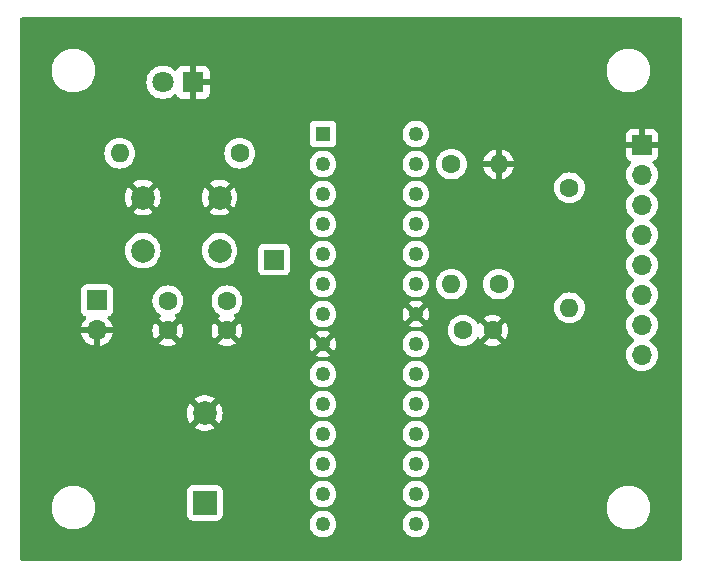
<source format=gbr>
%TF.GenerationSoftware,KiCad,Pcbnew,8.0.1*%
%TF.CreationDate,2024-05-30T23:22:24+02:00*%
%TF.ProjectId,TemperatureMonitoring,54656d70-6572-4617-9475-72654d6f6e69,v0.2*%
%TF.SameCoordinates,Original*%
%TF.FileFunction,Copper,L2,Bot*%
%TF.FilePolarity,Positive*%
%FSLAX46Y46*%
G04 Gerber Fmt 4.6, Leading zero omitted, Abs format (unit mm)*
G04 Created by KiCad (PCBNEW 8.0.1) date 2024-05-30 23:22:24*
%MOMM*%
%LPD*%
G01*
G04 APERTURE LIST*
%TA.AperFunction,ComponentPad*%
%ADD10R,1.700000X1.700000*%
%TD*%
%TA.AperFunction,ComponentPad*%
%ADD11O,1.700000X1.700000*%
%TD*%
%TA.AperFunction,ComponentPad*%
%ADD12C,1.600000*%
%TD*%
%TA.AperFunction,ComponentPad*%
%ADD13O,1.600000X1.600000*%
%TD*%
%TA.AperFunction,ComponentPad*%
%ADD14R,1.250000X1.250000*%
%TD*%
%TA.AperFunction,ComponentPad*%
%ADD15C,1.250000*%
%TD*%
%TA.AperFunction,ComponentPad*%
%ADD16C,2.000000*%
%TD*%
%TA.AperFunction,ComponentPad*%
%ADD17R,2.000000X2.000000*%
%TD*%
%TA.AperFunction,ComponentPad*%
%ADD18R,1.800000X1.800000*%
%TD*%
%TA.AperFunction,ComponentPad*%
%ADD19C,1.800000*%
%TD*%
%TA.AperFunction,ViaPad*%
%ADD20C,0.600000*%
%TD*%
G04 APERTURE END LIST*
D10*
X153126000Y-91300000D03*
D11*
X153126000Y-93840000D03*
X153126000Y-96380000D03*
X153126000Y-98920000D03*
X153126000Y-101460000D03*
X153126000Y-104000000D03*
X153126000Y-106540000D03*
X153126000Y-109080000D03*
D12*
X140500000Y-107000000D03*
X138000000Y-107000000D03*
X137000000Y-92920000D03*
D13*
X137000000Y-103080000D03*
D12*
X119080000Y-92000000D03*
D13*
X108920000Y-92000000D03*
D14*
X126126000Y-90380000D03*
D15*
X126126000Y-92920000D03*
X126126000Y-95460000D03*
X126126000Y-98000000D03*
X126126000Y-100540000D03*
X126126000Y-103080000D03*
X126126000Y-105620000D03*
X126126000Y-108160000D03*
X126126000Y-110700000D03*
X126126000Y-113240000D03*
X126126000Y-115780000D03*
X126126000Y-118320000D03*
X126126000Y-120860000D03*
X126126000Y-123400000D03*
X134000000Y-123400000D03*
X134000000Y-120860000D03*
X134000000Y-118320000D03*
X134000000Y-115780000D03*
X134000000Y-113240000D03*
X134000000Y-110700000D03*
X134000000Y-108160000D03*
X134000000Y-105620000D03*
X134000000Y-103080000D03*
X134000000Y-100540000D03*
X134000000Y-98000000D03*
X134000000Y-95460000D03*
X134000000Y-92920000D03*
X134000000Y-90380000D03*
D10*
X122000000Y-101000000D03*
D12*
X118000000Y-104500000D03*
X118000000Y-107000000D03*
X141000000Y-103080000D03*
D13*
X141000000Y-92920000D03*
D16*
X117376000Y-100250000D03*
X110876000Y-100250000D03*
X117376000Y-95750000D03*
X110876000Y-95750000D03*
D12*
X147000000Y-94920000D03*
D13*
X147000000Y-105080000D03*
D12*
X113000000Y-104500000D03*
X113000000Y-107000000D03*
D10*
X107000000Y-104460000D03*
D11*
X107000000Y-107000000D03*
D17*
X116126000Y-121600000D03*
D16*
X116126000Y-114000000D03*
D18*
X115126000Y-86000000D03*
D19*
X112586000Y-86000000D03*
D20*
X146000000Y-107000000D03*
X147000000Y-107000000D03*
X149000000Y-103000000D03*
X146000000Y-109000000D03*
X149000000Y-104000000D03*
X150000000Y-103000000D03*
%TA.AperFunction,Conductor*%
G36*
X156442539Y-80520185D02*
G01*
X156488294Y-80572989D01*
X156499500Y-80624500D01*
X156499500Y-126375500D01*
X156479815Y-126442539D01*
X156427011Y-126488294D01*
X156375500Y-126499500D01*
X100624500Y-126499500D01*
X100557461Y-126479815D01*
X100511706Y-126427011D01*
X100500500Y-126375500D01*
X100500500Y-122121288D01*
X103149500Y-122121288D01*
X103181161Y-122361785D01*
X103243947Y-122596104D01*
X103290082Y-122707483D01*
X103336776Y-122820212D01*
X103458064Y-123030289D01*
X103458066Y-123030292D01*
X103458067Y-123030293D01*
X103605733Y-123222736D01*
X103605739Y-123222743D01*
X103777256Y-123394260D01*
X103777263Y-123394266D01*
X103784736Y-123400000D01*
X103969711Y-123541936D01*
X104179788Y-123663224D01*
X104403900Y-123756054D01*
X104638211Y-123818838D01*
X104818586Y-123842584D01*
X104878711Y-123850500D01*
X104878712Y-123850500D01*
X105121289Y-123850500D01*
X105169388Y-123844167D01*
X105361789Y-123818838D01*
X105596100Y-123756054D01*
X105820212Y-123663224D01*
X106030289Y-123541936D01*
X106215264Y-123400000D01*
X124995678Y-123400000D01*
X125014923Y-123607691D01*
X125014923Y-123607693D01*
X125014924Y-123607696D01*
X125072006Y-123808319D01*
X125072007Y-123808322D01*
X125164981Y-123995038D01*
X125290682Y-124161493D01*
X125444829Y-124302016D01*
X125622172Y-124411823D01*
X125816673Y-124487173D01*
X126021707Y-124525500D01*
X126021710Y-124525500D01*
X126230290Y-124525500D01*
X126230293Y-124525500D01*
X126435327Y-124487173D01*
X126629828Y-124411823D01*
X126807171Y-124302016D01*
X126961318Y-124161493D01*
X127087019Y-123995038D01*
X127179994Y-123808319D01*
X127237076Y-123607696D01*
X127256322Y-123400000D01*
X132869678Y-123400000D01*
X132888923Y-123607691D01*
X132888923Y-123607693D01*
X132888924Y-123607696D01*
X132946006Y-123808319D01*
X132946007Y-123808322D01*
X133038981Y-123995038D01*
X133164682Y-124161493D01*
X133318829Y-124302016D01*
X133496172Y-124411823D01*
X133690673Y-124487173D01*
X133895707Y-124525500D01*
X133895710Y-124525500D01*
X134104290Y-124525500D01*
X134104293Y-124525500D01*
X134309327Y-124487173D01*
X134503828Y-124411823D01*
X134681171Y-124302016D01*
X134835318Y-124161493D01*
X134961019Y-123995038D01*
X135053994Y-123808319D01*
X135111076Y-123607696D01*
X135130322Y-123400000D01*
X135111076Y-123192304D01*
X135053994Y-122991681D01*
X134961019Y-122804962D01*
X134835318Y-122638507D01*
X134681171Y-122497984D01*
X134503828Y-122388177D01*
X134503827Y-122388176D01*
X134361609Y-122333081D01*
X134309327Y-122312827D01*
X134104293Y-122274500D01*
X133895707Y-122274500D01*
X133690673Y-122312827D01*
X133690670Y-122312827D01*
X133690670Y-122312828D01*
X133496172Y-122388176D01*
X133496171Y-122388177D01*
X133318827Y-122497985D01*
X133164683Y-122638505D01*
X133038981Y-122804961D01*
X132946007Y-122991677D01*
X132888923Y-123192308D01*
X132869678Y-123399999D01*
X132869678Y-123400000D01*
X127256322Y-123400000D01*
X127237076Y-123192304D01*
X127179994Y-122991681D01*
X127087019Y-122804962D01*
X126961318Y-122638507D01*
X126807171Y-122497984D01*
X126629828Y-122388177D01*
X126629827Y-122388176D01*
X126487609Y-122333081D01*
X126435327Y-122312827D01*
X126230293Y-122274500D01*
X126021707Y-122274500D01*
X125816673Y-122312827D01*
X125816670Y-122312827D01*
X125816670Y-122312828D01*
X125622172Y-122388176D01*
X125622171Y-122388177D01*
X125444827Y-122497985D01*
X125290683Y-122638505D01*
X125164981Y-122804961D01*
X125072007Y-122991677D01*
X125014923Y-123192308D01*
X124995678Y-123399999D01*
X124995678Y-123400000D01*
X106215264Y-123400000D01*
X106222738Y-123394265D01*
X106394265Y-123222738D01*
X106541936Y-123030289D01*
X106663224Y-122820212D01*
X106734610Y-122647870D01*
X114625500Y-122647870D01*
X114625501Y-122647876D01*
X114631908Y-122707483D01*
X114682202Y-122842328D01*
X114682206Y-122842335D01*
X114768452Y-122957544D01*
X114768455Y-122957547D01*
X114883664Y-123043793D01*
X114883671Y-123043797D01*
X115018517Y-123094091D01*
X115018516Y-123094091D01*
X115025444Y-123094835D01*
X115078127Y-123100500D01*
X117173872Y-123100499D01*
X117233483Y-123094091D01*
X117368331Y-123043796D01*
X117483546Y-122957546D01*
X117569796Y-122842331D01*
X117620091Y-122707483D01*
X117626500Y-122647873D01*
X117626500Y-122121288D01*
X150149500Y-122121288D01*
X150181161Y-122361785D01*
X150243947Y-122596104D01*
X150290082Y-122707483D01*
X150336776Y-122820212D01*
X150458064Y-123030289D01*
X150458066Y-123030292D01*
X150458067Y-123030293D01*
X150605733Y-123222736D01*
X150605739Y-123222743D01*
X150777256Y-123394260D01*
X150777263Y-123394266D01*
X150784736Y-123400000D01*
X150969711Y-123541936D01*
X151179788Y-123663224D01*
X151403900Y-123756054D01*
X151638211Y-123818838D01*
X151818586Y-123842584D01*
X151878711Y-123850500D01*
X151878712Y-123850500D01*
X152121289Y-123850500D01*
X152169388Y-123844167D01*
X152361789Y-123818838D01*
X152596100Y-123756054D01*
X152820212Y-123663224D01*
X153030289Y-123541936D01*
X153222738Y-123394265D01*
X153394265Y-123222738D01*
X153541936Y-123030289D01*
X153663224Y-122820212D01*
X153756054Y-122596100D01*
X153818838Y-122361789D01*
X153850500Y-122121288D01*
X153850500Y-121878712D01*
X153818838Y-121638211D01*
X153756054Y-121403900D01*
X153663224Y-121179788D01*
X153541936Y-120969711D01*
X153394265Y-120777262D01*
X153394260Y-120777256D01*
X153222743Y-120605739D01*
X153222736Y-120605733D01*
X153030293Y-120458067D01*
X153030292Y-120458066D01*
X153030289Y-120458064D01*
X152820212Y-120336776D01*
X152820205Y-120336773D01*
X152596104Y-120243947D01*
X152361785Y-120181161D01*
X152121289Y-120149500D01*
X152121288Y-120149500D01*
X151878712Y-120149500D01*
X151878711Y-120149500D01*
X151638214Y-120181161D01*
X151403895Y-120243947D01*
X151179794Y-120336773D01*
X151179785Y-120336777D01*
X150969706Y-120458067D01*
X150777263Y-120605733D01*
X150777256Y-120605739D01*
X150605739Y-120777256D01*
X150605733Y-120777263D01*
X150458067Y-120969706D01*
X150336777Y-121179785D01*
X150336773Y-121179794D01*
X150243947Y-121403895D01*
X150181161Y-121638214D01*
X150149500Y-121878711D01*
X150149500Y-122121288D01*
X117626500Y-122121288D01*
X117626499Y-120860000D01*
X124995678Y-120860000D01*
X125014923Y-121067691D01*
X125014923Y-121067693D01*
X125014924Y-121067696D01*
X125072006Y-121268319D01*
X125164981Y-121455038D01*
X125290682Y-121621493D01*
X125444829Y-121762016D01*
X125622172Y-121871823D01*
X125816673Y-121947173D01*
X126021707Y-121985500D01*
X126021710Y-121985500D01*
X126230290Y-121985500D01*
X126230293Y-121985500D01*
X126435327Y-121947173D01*
X126629828Y-121871823D01*
X126807171Y-121762016D01*
X126961318Y-121621493D01*
X127087019Y-121455038D01*
X127179994Y-121268319D01*
X127237076Y-121067696D01*
X127256322Y-120860000D01*
X132869678Y-120860000D01*
X132888923Y-121067691D01*
X132888923Y-121067693D01*
X132888924Y-121067696D01*
X132946006Y-121268319D01*
X133038981Y-121455038D01*
X133164682Y-121621493D01*
X133318829Y-121762016D01*
X133496172Y-121871823D01*
X133690673Y-121947173D01*
X133895707Y-121985500D01*
X133895710Y-121985500D01*
X134104290Y-121985500D01*
X134104293Y-121985500D01*
X134309327Y-121947173D01*
X134503828Y-121871823D01*
X134681171Y-121762016D01*
X134835318Y-121621493D01*
X134961019Y-121455038D01*
X135053994Y-121268319D01*
X135111076Y-121067696D01*
X135130322Y-120860000D01*
X135111076Y-120652304D01*
X135053994Y-120451681D01*
X134961019Y-120264962D01*
X134835318Y-120098507D01*
X134681171Y-119957984D01*
X134503828Y-119848177D01*
X134503827Y-119848176D01*
X134361609Y-119793081D01*
X134309327Y-119772827D01*
X134104293Y-119734500D01*
X133895707Y-119734500D01*
X133690673Y-119772827D01*
X133690670Y-119772827D01*
X133690670Y-119772828D01*
X133496172Y-119848176D01*
X133496171Y-119848177D01*
X133318827Y-119957985D01*
X133164683Y-120098505D01*
X133038981Y-120264961D01*
X132946007Y-120451677D01*
X132888923Y-120652308D01*
X132869678Y-120859999D01*
X132869678Y-120860000D01*
X127256322Y-120860000D01*
X127237076Y-120652304D01*
X127179994Y-120451681D01*
X127087019Y-120264962D01*
X126961318Y-120098507D01*
X126807171Y-119957984D01*
X126629828Y-119848177D01*
X126629827Y-119848176D01*
X126487609Y-119793081D01*
X126435327Y-119772827D01*
X126230293Y-119734500D01*
X126021707Y-119734500D01*
X125816673Y-119772827D01*
X125816670Y-119772827D01*
X125816670Y-119772828D01*
X125622172Y-119848176D01*
X125622171Y-119848177D01*
X125444827Y-119957985D01*
X125290683Y-120098505D01*
X125164981Y-120264961D01*
X125072007Y-120451677D01*
X125014923Y-120652308D01*
X124995678Y-120859999D01*
X124995678Y-120860000D01*
X117626499Y-120860000D01*
X117626499Y-120552128D01*
X117620091Y-120492517D01*
X117604860Y-120451681D01*
X117569797Y-120357671D01*
X117569793Y-120357664D01*
X117483547Y-120242455D01*
X117483544Y-120242452D01*
X117368335Y-120156206D01*
X117368328Y-120156202D01*
X117233482Y-120105908D01*
X117233483Y-120105908D01*
X117173883Y-120099501D01*
X117173881Y-120099500D01*
X117173873Y-120099500D01*
X117173864Y-120099500D01*
X115078129Y-120099500D01*
X115078123Y-120099501D01*
X115018516Y-120105908D01*
X114883671Y-120156202D01*
X114883664Y-120156206D01*
X114768455Y-120242452D01*
X114768452Y-120242455D01*
X114682206Y-120357664D01*
X114682202Y-120357671D01*
X114631908Y-120492517D01*
X114625501Y-120552116D01*
X114625501Y-120552123D01*
X114625500Y-120552135D01*
X114625500Y-122647870D01*
X106734610Y-122647870D01*
X106756054Y-122596100D01*
X106818838Y-122361789D01*
X106850500Y-122121288D01*
X106850500Y-121878712D01*
X106818838Y-121638211D01*
X106756054Y-121403900D01*
X106663224Y-121179788D01*
X106541936Y-120969711D01*
X106394265Y-120777262D01*
X106394260Y-120777256D01*
X106222743Y-120605739D01*
X106222736Y-120605733D01*
X106030293Y-120458067D01*
X106030292Y-120458066D01*
X106030289Y-120458064D01*
X105820212Y-120336776D01*
X105820205Y-120336773D01*
X105596104Y-120243947D01*
X105361785Y-120181161D01*
X105121289Y-120149500D01*
X105121288Y-120149500D01*
X104878712Y-120149500D01*
X104878711Y-120149500D01*
X104638214Y-120181161D01*
X104403895Y-120243947D01*
X104179794Y-120336773D01*
X104179785Y-120336777D01*
X103969706Y-120458067D01*
X103777263Y-120605733D01*
X103777256Y-120605739D01*
X103605739Y-120777256D01*
X103605733Y-120777263D01*
X103458067Y-120969706D01*
X103336777Y-121179785D01*
X103336773Y-121179794D01*
X103243947Y-121403895D01*
X103181161Y-121638214D01*
X103149500Y-121878711D01*
X103149500Y-122121288D01*
X100500500Y-122121288D01*
X100500500Y-118320000D01*
X124995678Y-118320000D01*
X125014923Y-118527691D01*
X125014923Y-118527693D01*
X125014924Y-118527696D01*
X125072006Y-118728319D01*
X125164981Y-118915038D01*
X125290682Y-119081493D01*
X125444829Y-119222016D01*
X125622172Y-119331823D01*
X125816673Y-119407173D01*
X126021707Y-119445500D01*
X126021710Y-119445500D01*
X126230290Y-119445500D01*
X126230293Y-119445500D01*
X126435327Y-119407173D01*
X126629828Y-119331823D01*
X126807171Y-119222016D01*
X126961318Y-119081493D01*
X127087019Y-118915038D01*
X127179994Y-118728319D01*
X127237076Y-118527696D01*
X127256322Y-118320000D01*
X132869678Y-118320000D01*
X132888923Y-118527691D01*
X132888923Y-118527693D01*
X132888924Y-118527696D01*
X132946006Y-118728319D01*
X133038981Y-118915038D01*
X133164682Y-119081493D01*
X133318829Y-119222016D01*
X133496172Y-119331823D01*
X133690673Y-119407173D01*
X133895707Y-119445500D01*
X133895710Y-119445500D01*
X134104290Y-119445500D01*
X134104293Y-119445500D01*
X134309327Y-119407173D01*
X134503828Y-119331823D01*
X134681171Y-119222016D01*
X134835318Y-119081493D01*
X134961019Y-118915038D01*
X135053994Y-118728319D01*
X135111076Y-118527696D01*
X135130322Y-118320000D01*
X135111076Y-118112304D01*
X135053994Y-117911681D01*
X134961019Y-117724962D01*
X134835318Y-117558507D01*
X134681171Y-117417984D01*
X134503828Y-117308177D01*
X134503827Y-117308176D01*
X134361609Y-117253081D01*
X134309327Y-117232827D01*
X134104293Y-117194500D01*
X133895707Y-117194500D01*
X133690673Y-117232827D01*
X133690670Y-117232827D01*
X133690670Y-117232828D01*
X133496172Y-117308176D01*
X133496171Y-117308177D01*
X133318827Y-117417985D01*
X133164683Y-117558505D01*
X133038981Y-117724961D01*
X132946007Y-117911677D01*
X132888923Y-118112308D01*
X132869678Y-118319999D01*
X132869678Y-118320000D01*
X127256322Y-118320000D01*
X127237076Y-118112304D01*
X127179994Y-117911681D01*
X127087019Y-117724962D01*
X126961318Y-117558507D01*
X126807171Y-117417984D01*
X126629828Y-117308177D01*
X126629827Y-117308176D01*
X126487609Y-117253081D01*
X126435327Y-117232827D01*
X126230293Y-117194500D01*
X126021707Y-117194500D01*
X125816673Y-117232827D01*
X125816670Y-117232827D01*
X125816670Y-117232828D01*
X125622172Y-117308176D01*
X125622171Y-117308177D01*
X125444827Y-117417985D01*
X125290683Y-117558505D01*
X125164981Y-117724961D01*
X125072007Y-117911677D01*
X125014923Y-118112308D01*
X124995678Y-118319999D01*
X124995678Y-118320000D01*
X100500500Y-118320000D01*
X100500500Y-115780000D01*
X124995678Y-115780000D01*
X125014923Y-115987691D01*
X125014923Y-115987693D01*
X125014924Y-115987696D01*
X125072006Y-116188319D01*
X125164981Y-116375038D01*
X125290682Y-116541493D01*
X125444829Y-116682016D01*
X125622172Y-116791823D01*
X125816673Y-116867173D01*
X126021707Y-116905500D01*
X126021710Y-116905500D01*
X126230290Y-116905500D01*
X126230293Y-116905500D01*
X126435327Y-116867173D01*
X126629828Y-116791823D01*
X126807171Y-116682016D01*
X126961318Y-116541493D01*
X127087019Y-116375038D01*
X127179994Y-116188319D01*
X127237076Y-115987696D01*
X127256322Y-115780000D01*
X132869678Y-115780000D01*
X132888923Y-115987691D01*
X132888923Y-115987693D01*
X132888924Y-115987696D01*
X132946006Y-116188319D01*
X133038981Y-116375038D01*
X133164682Y-116541493D01*
X133318829Y-116682016D01*
X133496172Y-116791823D01*
X133690673Y-116867173D01*
X133895707Y-116905500D01*
X133895710Y-116905500D01*
X134104290Y-116905500D01*
X134104293Y-116905500D01*
X134309327Y-116867173D01*
X134503828Y-116791823D01*
X134681171Y-116682016D01*
X134835318Y-116541493D01*
X134961019Y-116375038D01*
X135053994Y-116188319D01*
X135111076Y-115987696D01*
X135130322Y-115780000D01*
X135111076Y-115572304D01*
X135053994Y-115371681D01*
X134961019Y-115184962D01*
X134835318Y-115018507D01*
X134681171Y-114877984D01*
X134503828Y-114768177D01*
X134503827Y-114768176D01*
X134361609Y-114713081D01*
X134309327Y-114692827D01*
X134104293Y-114654500D01*
X133895707Y-114654500D01*
X133690673Y-114692827D01*
X133690670Y-114692827D01*
X133690670Y-114692828D01*
X133496172Y-114768176D01*
X133496171Y-114768177D01*
X133318827Y-114877985D01*
X133164683Y-115018505D01*
X133038981Y-115184961D01*
X132946007Y-115371677D01*
X132888923Y-115572308D01*
X132869678Y-115779999D01*
X132869678Y-115780000D01*
X127256322Y-115780000D01*
X127237076Y-115572304D01*
X127179994Y-115371681D01*
X127087019Y-115184962D01*
X126961318Y-115018507D01*
X126807171Y-114877984D01*
X126629828Y-114768177D01*
X126629827Y-114768176D01*
X126487609Y-114713081D01*
X126435327Y-114692827D01*
X126230293Y-114654500D01*
X126021707Y-114654500D01*
X125816673Y-114692827D01*
X125816670Y-114692827D01*
X125816670Y-114692828D01*
X125622172Y-114768176D01*
X125622171Y-114768177D01*
X125444827Y-114877985D01*
X125290683Y-115018505D01*
X125164981Y-115184961D01*
X125072007Y-115371677D01*
X125014923Y-115572308D01*
X124995678Y-115779999D01*
X124995678Y-115780000D01*
X100500500Y-115780000D01*
X100500500Y-114000005D01*
X114620859Y-114000005D01*
X114641385Y-114247729D01*
X114641387Y-114247738D01*
X114702412Y-114488717D01*
X114802266Y-114716364D01*
X114902564Y-114869882D01*
X115643037Y-114129409D01*
X115660075Y-114192993D01*
X115725901Y-114307007D01*
X115818993Y-114400099D01*
X115933007Y-114465925D01*
X115996590Y-114482962D01*
X115255942Y-115223609D01*
X115302768Y-115260055D01*
X115302770Y-115260056D01*
X115521385Y-115378364D01*
X115521396Y-115378369D01*
X115756506Y-115459083D01*
X116001707Y-115500000D01*
X116250293Y-115500000D01*
X116495493Y-115459083D01*
X116730603Y-115378369D01*
X116730614Y-115378364D01*
X116949228Y-115260057D01*
X116949231Y-115260055D01*
X116996056Y-115223609D01*
X116255409Y-114482962D01*
X116318993Y-114465925D01*
X116433007Y-114400099D01*
X116526099Y-114307007D01*
X116591925Y-114192993D01*
X116608962Y-114129410D01*
X117349434Y-114869882D01*
X117449731Y-114716369D01*
X117549587Y-114488717D01*
X117610612Y-114247738D01*
X117610614Y-114247729D01*
X117631141Y-114000005D01*
X117631141Y-113999994D01*
X117610614Y-113752270D01*
X117610612Y-113752261D01*
X117549587Y-113511282D01*
X117449731Y-113283630D01*
X117421226Y-113240000D01*
X124995678Y-113240000D01*
X125014923Y-113447691D01*
X125014923Y-113447693D01*
X125014924Y-113447696D01*
X125072006Y-113648319D01*
X125164981Y-113835038D01*
X125290682Y-114001493D01*
X125444829Y-114142016D01*
X125622172Y-114251823D01*
X125816673Y-114327173D01*
X126021707Y-114365500D01*
X126021710Y-114365500D01*
X126230290Y-114365500D01*
X126230293Y-114365500D01*
X126435327Y-114327173D01*
X126629828Y-114251823D01*
X126807171Y-114142016D01*
X126961318Y-114001493D01*
X127087019Y-113835038D01*
X127179994Y-113648319D01*
X127237076Y-113447696D01*
X127256322Y-113240000D01*
X132869678Y-113240000D01*
X132888923Y-113447691D01*
X132888923Y-113447693D01*
X132888924Y-113447696D01*
X132946006Y-113648319D01*
X133038981Y-113835038D01*
X133164682Y-114001493D01*
X133318829Y-114142016D01*
X133496172Y-114251823D01*
X133690673Y-114327173D01*
X133895707Y-114365500D01*
X133895710Y-114365500D01*
X134104290Y-114365500D01*
X134104293Y-114365500D01*
X134309327Y-114327173D01*
X134503828Y-114251823D01*
X134681171Y-114142016D01*
X134835318Y-114001493D01*
X134961019Y-113835038D01*
X135053994Y-113648319D01*
X135111076Y-113447696D01*
X135130322Y-113240000D01*
X135111076Y-113032304D01*
X135053994Y-112831681D01*
X134961019Y-112644962D01*
X134835318Y-112478507D01*
X134681171Y-112337984D01*
X134503828Y-112228177D01*
X134503827Y-112228176D01*
X134361609Y-112173081D01*
X134309327Y-112152827D01*
X134104293Y-112114500D01*
X133895707Y-112114500D01*
X133690673Y-112152827D01*
X133690670Y-112152827D01*
X133690670Y-112152828D01*
X133496172Y-112228176D01*
X133496171Y-112228177D01*
X133318827Y-112337985D01*
X133164683Y-112478505D01*
X133038981Y-112644961D01*
X132946007Y-112831677D01*
X132888923Y-113032308D01*
X132869678Y-113239999D01*
X132869678Y-113240000D01*
X127256322Y-113240000D01*
X127237076Y-113032304D01*
X127179994Y-112831681D01*
X127087019Y-112644962D01*
X126961318Y-112478507D01*
X126807171Y-112337984D01*
X126629828Y-112228177D01*
X126629827Y-112228176D01*
X126487609Y-112173081D01*
X126435327Y-112152827D01*
X126230293Y-112114500D01*
X126021707Y-112114500D01*
X125816673Y-112152827D01*
X125816670Y-112152827D01*
X125816670Y-112152828D01*
X125622172Y-112228176D01*
X125622171Y-112228177D01*
X125444827Y-112337985D01*
X125290683Y-112478505D01*
X125164981Y-112644961D01*
X125072007Y-112831677D01*
X125014923Y-113032308D01*
X124995678Y-113239999D01*
X124995678Y-113240000D01*
X117421226Y-113240000D01*
X117349434Y-113130116D01*
X116608962Y-113870589D01*
X116591925Y-113807007D01*
X116526099Y-113692993D01*
X116433007Y-113599901D01*
X116318993Y-113534075D01*
X116255410Y-113517037D01*
X116996057Y-112776390D01*
X116996056Y-112776389D01*
X116949229Y-112739943D01*
X116730614Y-112621635D01*
X116730603Y-112621630D01*
X116495493Y-112540916D01*
X116250293Y-112500000D01*
X116001707Y-112500000D01*
X115756506Y-112540916D01*
X115521396Y-112621630D01*
X115521390Y-112621632D01*
X115302761Y-112739949D01*
X115255942Y-112776388D01*
X115255942Y-112776390D01*
X115996590Y-113517037D01*
X115933007Y-113534075D01*
X115818993Y-113599901D01*
X115725901Y-113692993D01*
X115660075Y-113807007D01*
X115643037Y-113870589D01*
X114902564Y-113130116D01*
X114802267Y-113283632D01*
X114702412Y-113511282D01*
X114641387Y-113752261D01*
X114641385Y-113752270D01*
X114620859Y-113999994D01*
X114620859Y-114000005D01*
X100500500Y-114000005D01*
X100500500Y-110700000D01*
X124995678Y-110700000D01*
X125014923Y-110907691D01*
X125014923Y-110907693D01*
X125014924Y-110907696D01*
X125072006Y-111108319D01*
X125164981Y-111295038D01*
X125290682Y-111461493D01*
X125444829Y-111602016D01*
X125622172Y-111711823D01*
X125816673Y-111787173D01*
X126021707Y-111825500D01*
X126021710Y-111825500D01*
X126230290Y-111825500D01*
X126230293Y-111825500D01*
X126435327Y-111787173D01*
X126629828Y-111711823D01*
X126807171Y-111602016D01*
X126961318Y-111461493D01*
X127087019Y-111295038D01*
X127179994Y-111108319D01*
X127237076Y-110907696D01*
X127256322Y-110700000D01*
X132869678Y-110700000D01*
X132888923Y-110907691D01*
X132888923Y-110907693D01*
X132888924Y-110907696D01*
X132946006Y-111108319D01*
X133038981Y-111295038D01*
X133164682Y-111461493D01*
X133318829Y-111602016D01*
X133496172Y-111711823D01*
X133690673Y-111787173D01*
X133895707Y-111825500D01*
X133895710Y-111825500D01*
X134104290Y-111825500D01*
X134104293Y-111825500D01*
X134309327Y-111787173D01*
X134503828Y-111711823D01*
X134681171Y-111602016D01*
X134835318Y-111461493D01*
X134961019Y-111295038D01*
X135053994Y-111108319D01*
X135111076Y-110907696D01*
X135130322Y-110700000D01*
X135111076Y-110492304D01*
X135053994Y-110291681D01*
X134961019Y-110104962D01*
X134835318Y-109938507D01*
X134681171Y-109797984D01*
X134503828Y-109688177D01*
X134503827Y-109688176D01*
X134361609Y-109633081D01*
X134309327Y-109612827D01*
X134104293Y-109574500D01*
X133895707Y-109574500D01*
X133690673Y-109612827D01*
X133690670Y-109612827D01*
X133690670Y-109612828D01*
X133496172Y-109688176D01*
X133496171Y-109688177D01*
X133318827Y-109797985D01*
X133164683Y-109938505D01*
X133038981Y-110104961D01*
X132946007Y-110291677D01*
X132888923Y-110492308D01*
X132869678Y-110699999D01*
X132869678Y-110700000D01*
X127256322Y-110700000D01*
X127237076Y-110492304D01*
X127179994Y-110291681D01*
X127087019Y-110104962D01*
X126961318Y-109938507D01*
X126807171Y-109797984D01*
X126629828Y-109688177D01*
X126629827Y-109688176D01*
X126487609Y-109633081D01*
X126435327Y-109612827D01*
X126230293Y-109574500D01*
X126021707Y-109574500D01*
X125816673Y-109612827D01*
X125816670Y-109612827D01*
X125816670Y-109612828D01*
X125622172Y-109688176D01*
X125622171Y-109688177D01*
X125444827Y-109797985D01*
X125290683Y-109938505D01*
X125164981Y-110104961D01*
X125072007Y-110291677D01*
X125014923Y-110492308D01*
X124995678Y-110699999D01*
X124995678Y-110700000D01*
X100500500Y-110700000D01*
X100500500Y-105357870D01*
X105649500Y-105357870D01*
X105649501Y-105357876D01*
X105655908Y-105417483D01*
X105706202Y-105552328D01*
X105706206Y-105552335D01*
X105792452Y-105667544D01*
X105792455Y-105667547D01*
X105907664Y-105753793D01*
X105907671Y-105753797D01*
X105961128Y-105773735D01*
X106039598Y-105803002D01*
X106095531Y-105844873D01*
X106119949Y-105910337D01*
X106105098Y-105978610D01*
X106083947Y-106006865D01*
X105961886Y-106128926D01*
X105826400Y-106322420D01*
X105826399Y-106322422D01*
X105726570Y-106536507D01*
X105726567Y-106536513D01*
X105669364Y-106749999D01*
X105669364Y-106750000D01*
X106566988Y-106750000D01*
X106534075Y-106807007D01*
X106500000Y-106934174D01*
X106500000Y-107065826D01*
X106534075Y-107192993D01*
X106566988Y-107250000D01*
X105669364Y-107250000D01*
X105726567Y-107463486D01*
X105726570Y-107463492D01*
X105826399Y-107677578D01*
X105961894Y-107871082D01*
X106128917Y-108038105D01*
X106322421Y-108173600D01*
X106536507Y-108273429D01*
X106536516Y-108273433D01*
X106750000Y-108330634D01*
X106750000Y-107433012D01*
X106807007Y-107465925D01*
X106934174Y-107500000D01*
X107065826Y-107500000D01*
X107192993Y-107465925D01*
X107250000Y-107433012D01*
X107250000Y-108330633D01*
X107463483Y-108273433D01*
X107463492Y-108273429D01*
X107677578Y-108173600D01*
X107871082Y-108038105D01*
X108038105Y-107871082D01*
X108173600Y-107677578D01*
X108273429Y-107463492D01*
X108273432Y-107463486D01*
X108330636Y-107250000D01*
X107433012Y-107250000D01*
X107465925Y-107192993D01*
X107500000Y-107065826D01*
X107500000Y-106934174D01*
X107465925Y-106807007D01*
X107433012Y-106750000D01*
X108330636Y-106750000D01*
X108330635Y-106749999D01*
X108273432Y-106536513D01*
X108273429Y-106536507D01*
X108173600Y-106322422D01*
X108173599Y-106322420D01*
X108038113Y-106128926D01*
X108038108Y-106128920D01*
X107916053Y-106006865D01*
X107882568Y-105945542D01*
X107887552Y-105875850D01*
X107929424Y-105819917D01*
X107960400Y-105803002D01*
X108092331Y-105753796D01*
X108207546Y-105667546D01*
X108293796Y-105552331D01*
X108344091Y-105417483D01*
X108350500Y-105357873D01*
X108350500Y-104500001D01*
X111694532Y-104500001D01*
X111714364Y-104726686D01*
X111714366Y-104726697D01*
X111773258Y-104946488D01*
X111773261Y-104946497D01*
X111869431Y-105152732D01*
X111869432Y-105152734D01*
X111999954Y-105339141D01*
X112160858Y-105500045D01*
X112162943Y-105501505D01*
X112347266Y-105630568D01*
X112362975Y-105637893D01*
X112415414Y-105684064D01*
X112434567Y-105751257D01*
X112414352Y-105818138D01*
X112362979Y-105862656D01*
X112347514Y-105869867D01*
X112347512Y-105869868D01*
X112274526Y-105920973D01*
X112274526Y-105920974D01*
X112953553Y-106600000D01*
X112947339Y-106600000D01*
X112845606Y-106627259D01*
X112754394Y-106679920D01*
X112679920Y-106754394D01*
X112627259Y-106845606D01*
X112600000Y-106947339D01*
X112600000Y-106953552D01*
X111920974Y-106274526D01*
X111920973Y-106274526D01*
X111869868Y-106347512D01*
X111869866Y-106347516D01*
X111773734Y-106553673D01*
X111773730Y-106553682D01*
X111714860Y-106773389D01*
X111714858Y-106773400D01*
X111695034Y-106999997D01*
X111695034Y-107000002D01*
X111714858Y-107226599D01*
X111714860Y-107226610D01*
X111773730Y-107446317D01*
X111773735Y-107446331D01*
X111869863Y-107652478D01*
X111920974Y-107725472D01*
X112600000Y-107046446D01*
X112600000Y-107052661D01*
X112627259Y-107154394D01*
X112679920Y-107245606D01*
X112754394Y-107320080D01*
X112845606Y-107372741D01*
X112947339Y-107400000D01*
X112953553Y-107400000D01*
X112274526Y-108079025D01*
X112347513Y-108130132D01*
X112347521Y-108130136D01*
X112553668Y-108226264D01*
X112553682Y-108226269D01*
X112773389Y-108285139D01*
X112773400Y-108285141D01*
X112999998Y-108304966D01*
X113000002Y-108304966D01*
X113226599Y-108285141D01*
X113226610Y-108285139D01*
X113446317Y-108226269D01*
X113446331Y-108226264D01*
X113652478Y-108130136D01*
X113725471Y-108079024D01*
X113046447Y-107400000D01*
X113052661Y-107400000D01*
X113154394Y-107372741D01*
X113245606Y-107320080D01*
X113320080Y-107245606D01*
X113372741Y-107154394D01*
X113400000Y-107052661D01*
X113400000Y-107046447D01*
X114079024Y-107725471D01*
X114130136Y-107652478D01*
X114226264Y-107446331D01*
X114226269Y-107446317D01*
X114285139Y-107226610D01*
X114285141Y-107226599D01*
X114304966Y-107000002D01*
X114304966Y-106999997D01*
X114285141Y-106773400D01*
X114285139Y-106773389D01*
X114226269Y-106553682D01*
X114226264Y-106553668D01*
X114130136Y-106347521D01*
X114130132Y-106347513D01*
X114079025Y-106274526D01*
X113400000Y-106953551D01*
X113400000Y-106947339D01*
X113372741Y-106845606D01*
X113320080Y-106754394D01*
X113245606Y-106679920D01*
X113154394Y-106627259D01*
X113052661Y-106600000D01*
X113046448Y-106600000D01*
X113725472Y-105920974D01*
X113652480Y-105869864D01*
X113637024Y-105862657D01*
X113584585Y-105816484D01*
X113565433Y-105749290D01*
X113585649Y-105682409D01*
X113637023Y-105637893D01*
X113652734Y-105630568D01*
X113839139Y-105500047D01*
X114000047Y-105339139D01*
X114130568Y-105152734D01*
X114226739Y-104946496D01*
X114285635Y-104726692D01*
X114305468Y-104500001D01*
X116694532Y-104500001D01*
X116714364Y-104726686D01*
X116714366Y-104726697D01*
X116773258Y-104946488D01*
X116773261Y-104946497D01*
X116869431Y-105152732D01*
X116869432Y-105152734D01*
X116999954Y-105339141D01*
X117160858Y-105500045D01*
X117162943Y-105501505D01*
X117347266Y-105630568D01*
X117362975Y-105637893D01*
X117415414Y-105684064D01*
X117434567Y-105751257D01*
X117414352Y-105818138D01*
X117362979Y-105862656D01*
X117347514Y-105869867D01*
X117347512Y-105869868D01*
X117274526Y-105920973D01*
X117274526Y-105920974D01*
X117953553Y-106600000D01*
X117947339Y-106600000D01*
X117845606Y-106627259D01*
X117754394Y-106679920D01*
X117679920Y-106754394D01*
X117627259Y-106845606D01*
X117600000Y-106947339D01*
X117600000Y-106953552D01*
X116920974Y-106274526D01*
X116920973Y-106274526D01*
X116869868Y-106347512D01*
X116869866Y-106347516D01*
X116773734Y-106553673D01*
X116773730Y-106553682D01*
X116714860Y-106773389D01*
X116714858Y-106773400D01*
X116695034Y-106999997D01*
X116695034Y-107000002D01*
X116714858Y-107226599D01*
X116714860Y-107226610D01*
X116773730Y-107446317D01*
X116773735Y-107446331D01*
X116869863Y-107652478D01*
X116920974Y-107725472D01*
X117600000Y-107046446D01*
X117600000Y-107052661D01*
X117627259Y-107154394D01*
X117679920Y-107245606D01*
X117754394Y-107320080D01*
X117845606Y-107372741D01*
X117947339Y-107400000D01*
X117953553Y-107400000D01*
X117274526Y-108079025D01*
X117347513Y-108130132D01*
X117347521Y-108130136D01*
X117553668Y-108226264D01*
X117553682Y-108226269D01*
X117773389Y-108285139D01*
X117773400Y-108285141D01*
X117999998Y-108304966D01*
X118000002Y-108304966D01*
X118226599Y-108285141D01*
X118226610Y-108285139D01*
X118446317Y-108226269D01*
X118446331Y-108226264D01*
X118588434Y-108160000D01*
X124996180Y-108160000D01*
X125015416Y-108367603D01*
X125015417Y-108367605D01*
X125072472Y-108568133D01*
X125072478Y-108568148D01*
X125165406Y-108754771D01*
X125165409Y-108754776D01*
X125170684Y-108761760D01*
X125170685Y-108761760D01*
X125712439Y-108220007D01*
X125739282Y-108320184D01*
X125793917Y-108414816D01*
X125871184Y-108492083D01*
X125965816Y-108546718D01*
X126065992Y-108573560D01*
X125527151Y-109112399D01*
X125622394Y-109171372D01*
X125622396Y-109171373D01*
X125816802Y-109246686D01*
X125816812Y-109246689D01*
X126021756Y-109285000D01*
X126230244Y-109285000D01*
X126435187Y-109246689D01*
X126435197Y-109246686D01*
X126629603Y-109171373D01*
X126629607Y-109171371D01*
X126724846Y-109112400D01*
X126724846Y-109112399D01*
X126186008Y-108573560D01*
X126286184Y-108546718D01*
X126380816Y-108492083D01*
X126458083Y-108414816D01*
X126512718Y-108320184D01*
X126539560Y-108220008D01*
X127081313Y-108761761D01*
X127081313Y-108761760D01*
X127086593Y-108754771D01*
X127179521Y-108568148D01*
X127179527Y-108568133D01*
X127236582Y-108367605D01*
X127236583Y-108367603D01*
X127255820Y-108160000D01*
X132869678Y-108160000D01*
X132888923Y-108367691D01*
X132888923Y-108367693D01*
X132888924Y-108367696D01*
X132898733Y-108402171D01*
X132946007Y-108568322D01*
X133038848Y-108754771D01*
X133038981Y-108755038D01*
X133164682Y-108921493D01*
X133318829Y-109062016D01*
X133496172Y-109171823D01*
X133690673Y-109247173D01*
X133895707Y-109285500D01*
X133895710Y-109285500D01*
X134104290Y-109285500D01*
X134104293Y-109285500D01*
X134309327Y-109247173D01*
X134503828Y-109171823D01*
X134652126Y-109080000D01*
X151770341Y-109080000D01*
X151790936Y-109315403D01*
X151790938Y-109315413D01*
X151852094Y-109543655D01*
X151852096Y-109543659D01*
X151852097Y-109543663D01*
X151919485Y-109688176D01*
X151951965Y-109757830D01*
X151951967Y-109757834D01*
X152060281Y-109912521D01*
X152087505Y-109951401D01*
X152254599Y-110118495D01*
X152351384Y-110186265D01*
X152448165Y-110254032D01*
X152448167Y-110254033D01*
X152448170Y-110254035D01*
X152662337Y-110353903D01*
X152890592Y-110415063D01*
X153078918Y-110431539D01*
X153125999Y-110435659D01*
X153126000Y-110435659D01*
X153126001Y-110435659D01*
X153165234Y-110432226D01*
X153361408Y-110415063D01*
X153589663Y-110353903D01*
X153803830Y-110254035D01*
X153997401Y-110118495D01*
X154164495Y-109951401D01*
X154300035Y-109757830D01*
X154399903Y-109543663D01*
X154461063Y-109315408D01*
X154481659Y-109080000D01*
X154461063Y-108844592D01*
X154399903Y-108616337D01*
X154300035Y-108402171D01*
X154275896Y-108367696D01*
X154164494Y-108208597D01*
X153997402Y-108041506D01*
X153997396Y-108041501D01*
X153811842Y-107911575D01*
X153768217Y-107856998D01*
X153761023Y-107787500D01*
X153792546Y-107725145D01*
X153811842Y-107708425D01*
X153891377Y-107652734D01*
X153997401Y-107578495D01*
X154164495Y-107411401D01*
X154300035Y-107217830D01*
X154399903Y-107003663D01*
X154461063Y-106775408D01*
X154481659Y-106540000D01*
X154461063Y-106304592D01*
X154399903Y-106076337D01*
X154300035Y-105862171D01*
X154275896Y-105827696D01*
X154164494Y-105668597D01*
X153997402Y-105501506D01*
X153997396Y-105501501D01*
X153811842Y-105371575D01*
X153768217Y-105316998D01*
X153761023Y-105247500D01*
X153792546Y-105185145D01*
X153811842Y-105168425D01*
X153938124Y-105080001D01*
X153997401Y-105038495D01*
X154164495Y-104871401D01*
X154300035Y-104677830D01*
X154399903Y-104463663D01*
X154461063Y-104235408D01*
X154481659Y-104000000D01*
X154461063Y-103764592D01*
X154414626Y-103591285D01*
X154399905Y-103536344D01*
X154399904Y-103536343D01*
X154399903Y-103536337D01*
X154300035Y-103322171D01*
X154289193Y-103306686D01*
X154164494Y-103128597D01*
X153997402Y-102961506D01*
X153997396Y-102961501D01*
X153811842Y-102831575D01*
X153768217Y-102776998D01*
X153761023Y-102707500D01*
X153792546Y-102645145D01*
X153811842Y-102628425D01*
X153834026Y-102612891D01*
X153997401Y-102498495D01*
X154164495Y-102331401D01*
X154300035Y-102137830D01*
X154399903Y-101923663D01*
X154461063Y-101695408D01*
X154481659Y-101460000D01*
X154461063Y-101224592D01*
X154399903Y-100996337D01*
X154300035Y-100782171D01*
X154275896Y-100747696D01*
X154164494Y-100588597D01*
X153997402Y-100421506D01*
X153997396Y-100421501D01*
X153811842Y-100291575D01*
X153768217Y-100236998D01*
X153761023Y-100167500D01*
X153792546Y-100105145D01*
X153811842Y-100088425D01*
X153877405Y-100042517D01*
X153997401Y-99958495D01*
X154164495Y-99791401D01*
X154300035Y-99597830D01*
X154399903Y-99383663D01*
X154461063Y-99155408D01*
X154481659Y-98920000D01*
X154461063Y-98684592D01*
X154399903Y-98456337D01*
X154300035Y-98242171D01*
X154275896Y-98207696D01*
X154164494Y-98048597D01*
X153997402Y-97881506D01*
X153997396Y-97881501D01*
X153811842Y-97751575D01*
X153768217Y-97696998D01*
X153761023Y-97627500D01*
X153792546Y-97565145D01*
X153811842Y-97548425D01*
X153834026Y-97532891D01*
X153997401Y-97418495D01*
X154164495Y-97251401D01*
X154300035Y-97057830D01*
X154399903Y-96843663D01*
X154461063Y-96615408D01*
X154481659Y-96380000D01*
X154461063Y-96144592D01*
X154399903Y-95916337D01*
X154300035Y-95702171D01*
X154275896Y-95667696D01*
X154164494Y-95508597D01*
X153997402Y-95341506D01*
X153997396Y-95341501D01*
X153811842Y-95211575D01*
X153768217Y-95156998D01*
X153761023Y-95087500D01*
X153792546Y-95025145D01*
X153811842Y-95008425D01*
X153938124Y-94920001D01*
X153997401Y-94878495D01*
X154164495Y-94711401D01*
X154300035Y-94517830D01*
X154399903Y-94303663D01*
X154461063Y-94075408D01*
X154481659Y-93840000D01*
X154461063Y-93604592D01*
X154399903Y-93376337D01*
X154300035Y-93162171D01*
X154289192Y-93146686D01*
X154164496Y-92968600D01*
X154115894Y-92919998D01*
X154042179Y-92846283D01*
X154008696Y-92784963D01*
X154013680Y-92715271D01*
X154055551Y-92659337D01*
X154086529Y-92642422D01*
X154218086Y-92593354D01*
X154218093Y-92593350D01*
X154333187Y-92507190D01*
X154333190Y-92507187D01*
X154419350Y-92392093D01*
X154419354Y-92392086D01*
X154469596Y-92257379D01*
X154469598Y-92257372D01*
X154475999Y-92197844D01*
X154476000Y-92197827D01*
X154476000Y-91550000D01*
X153559012Y-91550000D01*
X153591925Y-91492993D01*
X153626000Y-91365826D01*
X153626000Y-91234174D01*
X153591925Y-91107007D01*
X153559012Y-91050000D01*
X154476000Y-91050000D01*
X154476000Y-90402172D01*
X154475999Y-90402155D01*
X154469598Y-90342627D01*
X154469596Y-90342620D01*
X154419354Y-90207913D01*
X154419350Y-90207906D01*
X154333190Y-90092812D01*
X154333187Y-90092809D01*
X154218093Y-90006649D01*
X154218086Y-90006645D01*
X154083379Y-89956403D01*
X154083372Y-89956401D01*
X154023844Y-89950000D01*
X153376000Y-89950000D01*
X153376000Y-90866988D01*
X153318993Y-90834075D01*
X153191826Y-90800000D01*
X153060174Y-90800000D01*
X152933007Y-90834075D01*
X152876000Y-90866988D01*
X152876000Y-89950000D01*
X152228155Y-89950000D01*
X152168627Y-89956401D01*
X152168620Y-89956403D01*
X152033913Y-90006645D01*
X152033906Y-90006649D01*
X151918812Y-90092809D01*
X151918809Y-90092812D01*
X151832649Y-90207906D01*
X151832645Y-90207913D01*
X151782403Y-90342620D01*
X151782401Y-90342627D01*
X151776000Y-90402155D01*
X151776000Y-91050000D01*
X152692988Y-91050000D01*
X152660075Y-91107007D01*
X152626000Y-91234174D01*
X152626000Y-91365826D01*
X152660075Y-91492993D01*
X152692988Y-91550000D01*
X151776000Y-91550000D01*
X151776000Y-92197844D01*
X151782401Y-92257372D01*
X151782403Y-92257379D01*
X151832645Y-92392086D01*
X151832649Y-92392093D01*
X151918809Y-92507187D01*
X151918812Y-92507190D01*
X152033906Y-92593350D01*
X152033913Y-92593354D01*
X152165470Y-92642421D01*
X152221403Y-92684292D01*
X152245821Y-92749756D01*
X152230970Y-92818029D01*
X152209819Y-92846284D01*
X152087503Y-92968600D01*
X151951965Y-93162169D01*
X151951964Y-93162171D01*
X151852098Y-93376335D01*
X151852094Y-93376344D01*
X151790938Y-93604586D01*
X151790936Y-93604596D01*
X151770341Y-93839999D01*
X151770341Y-93840000D01*
X151790936Y-94075403D01*
X151790938Y-94075413D01*
X151852094Y-94303655D01*
X151852096Y-94303659D01*
X151852097Y-94303663D01*
X151931295Y-94473504D01*
X151951965Y-94517830D01*
X151951967Y-94517834D01*
X152087501Y-94711395D01*
X152087506Y-94711402D01*
X152254597Y-94878493D01*
X152254603Y-94878498D01*
X152440158Y-95008425D01*
X152483783Y-95063002D01*
X152490977Y-95132500D01*
X152459454Y-95194855D01*
X152440158Y-95211575D01*
X152254597Y-95341505D01*
X152087505Y-95508597D01*
X151951965Y-95702169D01*
X151951964Y-95702171D01*
X151852098Y-95916335D01*
X151852094Y-95916344D01*
X151790938Y-96144586D01*
X151790936Y-96144596D01*
X151770341Y-96379999D01*
X151770341Y-96380000D01*
X151790936Y-96615403D01*
X151790938Y-96615413D01*
X151852094Y-96843655D01*
X151852096Y-96843659D01*
X151852097Y-96843663D01*
X151912692Y-96973609D01*
X151951965Y-97057830D01*
X151951967Y-97057834D01*
X152087501Y-97251395D01*
X152087506Y-97251402D01*
X152254597Y-97418493D01*
X152254603Y-97418498D01*
X152440158Y-97548425D01*
X152483783Y-97603002D01*
X152490977Y-97672500D01*
X152459454Y-97734855D01*
X152440158Y-97751575D01*
X152254597Y-97881505D01*
X152087505Y-98048597D01*
X151951965Y-98242169D01*
X151951964Y-98242171D01*
X151852098Y-98456335D01*
X151852094Y-98456344D01*
X151790938Y-98684586D01*
X151790936Y-98684596D01*
X151770341Y-98919999D01*
X151770341Y-98920000D01*
X151790936Y-99155403D01*
X151790938Y-99155413D01*
X151852094Y-99383655D01*
X151852096Y-99383659D01*
X151852097Y-99383663D01*
X151951965Y-99597830D01*
X151951967Y-99597834D01*
X152087501Y-99791395D01*
X152087506Y-99791402D01*
X152254597Y-99958493D01*
X152254603Y-99958498D01*
X152440158Y-100088425D01*
X152483783Y-100143002D01*
X152490977Y-100212500D01*
X152459454Y-100274855D01*
X152440158Y-100291575D01*
X152254597Y-100421505D01*
X152087505Y-100588597D01*
X151951965Y-100782169D01*
X151951964Y-100782171D01*
X151852098Y-100996335D01*
X151852094Y-100996344D01*
X151790938Y-101224586D01*
X151790936Y-101224596D01*
X151770341Y-101459999D01*
X151770341Y-101460000D01*
X151790936Y-101695403D01*
X151790938Y-101695413D01*
X151852094Y-101923655D01*
X151852096Y-101923659D01*
X151852097Y-101923663D01*
X151930750Y-102092335D01*
X151951965Y-102137830D01*
X151951967Y-102137834D01*
X152087501Y-102331395D01*
X152087506Y-102331402D01*
X152254597Y-102498493D01*
X152254603Y-102498498D01*
X152440158Y-102628425D01*
X152483783Y-102683002D01*
X152490977Y-102752500D01*
X152459454Y-102814855D01*
X152440158Y-102831575D01*
X152254597Y-102961505D01*
X152087505Y-103128597D01*
X151951965Y-103322169D01*
X151951964Y-103322171D01*
X151852098Y-103536335D01*
X151852094Y-103536344D01*
X151790938Y-103764586D01*
X151790936Y-103764596D01*
X151770341Y-103999999D01*
X151770341Y-104000000D01*
X151790936Y-104235403D01*
X151790938Y-104235413D01*
X151852094Y-104463655D01*
X151852096Y-104463659D01*
X151852097Y-104463663D01*
X151931295Y-104633504D01*
X151951965Y-104677830D01*
X151951967Y-104677834D01*
X152087501Y-104871395D01*
X152087506Y-104871402D01*
X152254597Y-105038493D01*
X152254603Y-105038498D01*
X152440158Y-105168425D01*
X152483783Y-105223002D01*
X152490977Y-105292500D01*
X152459454Y-105354855D01*
X152440158Y-105371575D01*
X152254597Y-105501505D01*
X152087505Y-105668597D01*
X151951965Y-105862169D01*
X151951964Y-105862171D01*
X151852098Y-106076335D01*
X151852094Y-106076344D01*
X151790938Y-106304586D01*
X151790936Y-106304596D01*
X151770341Y-106539999D01*
X151770341Y-106540000D01*
X151790936Y-106775403D01*
X151790938Y-106775413D01*
X151852094Y-107003655D01*
X151852096Y-107003659D01*
X151852097Y-107003663D01*
X151919485Y-107148176D01*
X151951965Y-107217830D01*
X151951967Y-107217834D01*
X152087501Y-107411395D01*
X152087506Y-107411402D01*
X152254597Y-107578493D01*
X152254603Y-107578498D01*
X152440158Y-107708425D01*
X152483783Y-107763002D01*
X152490977Y-107832500D01*
X152459454Y-107894855D01*
X152440158Y-107911575D01*
X152254597Y-108041505D01*
X152087505Y-108208597D01*
X151951965Y-108402169D01*
X151951964Y-108402171D01*
X151852098Y-108616335D01*
X151852094Y-108616344D01*
X151790938Y-108844586D01*
X151790936Y-108844596D01*
X151770341Y-109079999D01*
X151770341Y-109080000D01*
X134652126Y-109080000D01*
X134681171Y-109062016D01*
X134835318Y-108921493D01*
X134961019Y-108755038D01*
X135053994Y-108568319D01*
X135111076Y-108367696D01*
X135130322Y-108160000D01*
X135111076Y-107952304D01*
X135053994Y-107751681D01*
X134961019Y-107564962D01*
X134835318Y-107398507D01*
X134681171Y-107257984D01*
X134503828Y-107148177D01*
X134503827Y-107148176D01*
X134361609Y-107093081D01*
X134309327Y-107072827D01*
X134104293Y-107034500D01*
X133895707Y-107034500D01*
X133690673Y-107072827D01*
X133690670Y-107072827D01*
X133690670Y-107072828D01*
X133496172Y-107148176D01*
X133496171Y-107148177D01*
X133318827Y-107257985D01*
X133164683Y-107398505D01*
X133038981Y-107564961D01*
X132946007Y-107751677D01*
X132888923Y-107952308D01*
X132869678Y-108159999D01*
X132869678Y-108160000D01*
X127255820Y-108160000D01*
X127255820Y-108159999D01*
X127236583Y-107952396D01*
X127236582Y-107952394D01*
X127179527Y-107751866D01*
X127179521Y-107751851D01*
X127086593Y-107565227D01*
X127081313Y-107558238D01*
X126539560Y-108099991D01*
X126512718Y-107999816D01*
X126458083Y-107905184D01*
X126380816Y-107827917D01*
X126286184Y-107773282D01*
X126186008Y-107746439D01*
X126724847Y-107207599D01*
X126629602Y-107148626D01*
X126629601Y-107148625D01*
X126435197Y-107073313D01*
X126435187Y-107073310D01*
X126230244Y-107035000D01*
X126021756Y-107035000D01*
X125816812Y-107073310D01*
X125816811Y-107073310D01*
X125622398Y-107148625D01*
X125622392Y-107148629D01*
X125527152Y-107207598D01*
X125527151Y-107207599D01*
X126065992Y-107746439D01*
X125965816Y-107773282D01*
X125871184Y-107827917D01*
X125793917Y-107905184D01*
X125739282Y-107999816D01*
X125712439Y-108099991D01*
X125170685Y-107558237D01*
X125165412Y-107565219D01*
X125165404Y-107565232D01*
X125072478Y-107751851D01*
X125072472Y-107751866D01*
X125015417Y-107952394D01*
X125015416Y-107952396D01*
X124996180Y-108159999D01*
X124996180Y-108160000D01*
X118588434Y-108160000D01*
X118652478Y-108130136D01*
X118725471Y-108079024D01*
X118046447Y-107400000D01*
X118052661Y-107400000D01*
X118154394Y-107372741D01*
X118245606Y-107320080D01*
X118320080Y-107245606D01*
X118372741Y-107154394D01*
X118400000Y-107052661D01*
X118400000Y-107046447D01*
X119079024Y-107725471D01*
X119130136Y-107652478D01*
X119226264Y-107446331D01*
X119226269Y-107446317D01*
X119285139Y-107226610D01*
X119285141Y-107226599D01*
X119304966Y-107000002D01*
X119304966Y-107000001D01*
X136694532Y-107000001D01*
X136714364Y-107226686D01*
X136714366Y-107226697D01*
X136773258Y-107446488D01*
X136773261Y-107446497D01*
X136869431Y-107652732D01*
X136869432Y-107652734D01*
X136999954Y-107839141D01*
X137160858Y-108000045D01*
X137160861Y-108000047D01*
X137347266Y-108130568D01*
X137553504Y-108226739D01*
X137773308Y-108285635D01*
X137935230Y-108299801D01*
X137999998Y-108305468D01*
X138000000Y-108305468D01*
X138000002Y-108305468D01*
X138056673Y-108300509D01*
X138226692Y-108285635D01*
X138446496Y-108226739D01*
X138652734Y-108130568D01*
X138839139Y-108000047D01*
X139000047Y-107839139D01*
X139130568Y-107652734D01*
X139137893Y-107637024D01*
X139184064Y-107584586D01*
X139251257Y-107565433D01*
X139318138Y-107585648D01*
X139362657Y-107637024D01*
X139369864Y-107652480D01*
X139420974Y-107725472D01*
X140100000Y-107046446D01*
X140100000Y-107052661D01*
X140127259Y-107154394D01*
X140179920Y-107245606D01*
X140254394Y-107320080D01*
X140345606Y-107372741D01*
X140447339Y-107400000D01*
X140453553Y-107400000D01*
X139774526Y-108079025D01*
X139847513Y-108130132D01*
X139847521Y-108130136D01*
X140053668Y-108226264D01*
X140053682Y-108226269D01*
X140273389Y-108285139D01*
X140273400Y-108285141D01*
X140499998Y-108304966D01*
X140500002Y-108304966D01*
X140726599Y-108285141D01*
X140726610Y-108285139D01*
X140946317Y-108226269D01*
X140946331Y-108226264D01*
X141152478Y-108130136D01*
X141225471Y-108079024D01*
X140546447Y-107400000D01*
X140552661Y-107400000D01*
X140654394Y-107372741D01*
X140745606Y-107320080D01*
X140820080Y-107245606D01*
X140872741Y-107154394D01*
X140900000Y-107052661D01*
X140900000Y-107046447D01*
X141579024Y-107725471D01*
X141630136Y-107652478D01*
X141726264Y-107446331D01*
X141726269Y-107446317D01*
X141785139Y-107226610D01*
X141785141Y-107226599D01*
X141804966Y-107000002D01*
X141804966Y-106999997D01*
X141785141Y-106773400D01*
X141785139Y-106773389D01*
X141726269Y-106553682D01*
X141726264Y-106553668D01*
X141630136Y-106347521D01*
X141630132Y-106347513D01*
X141579025Y-106274526D01*
X140900000Y-106953551D01*
X140900000Y-106947339D01*
X140872741Y-106845606D01*
X140820080Y-106754394D01*
X140745606Y-106679920D01*
X140654394Y-106627259D01*
X140552661Y-106600000D01*
X140546448Y-106600000D01*
X141225472Y-105920974D01*
X141152478Y-105869863D01*
X140946331Y-105773735D01*
X140946317Y-105773730D01*
X140726610Y-105714860D01*
X140726599Y-105714858D01*
X140500002Y-105695034D01*
X140499998Y-105695034D01*
X140273400Y-105714858D01*
X140273389Y-105714860D01*
X140053682Y-105773730D01*
X140053673Y-105773734D01*
X139847516Y-105869866D01*
X139847512Y-105869868D01*
X139774526Y-105920973D01*
X139774526Y-105920974D01*
X140453553Y-106600000D01*
X140447339Y-106600000D01*
X140345606Y-106627259D01*
X140254394Y-106679920D01*
X140179920Y-106754394D01*
X140127259Y-106845606D01*
X140100000Y-106947339D01*
X140100000Y-106953552D01*
X139420974Y-106274526D01*
X139420973Y-106274526D01*
X139369868Y-106347512D01*
X139369867Y-106347514D01*
X139362656Y-106362979D01*
X139316482Y-106415417D01*
X139249288Y-106434567D01*
X139182407Y-106414350D01*
X139137893Y-106362976D01*
X139130568Y-106347266D01*
X139000047Y-106160861D01*
X139000045Y-106160858D01*
X138839141Y-105999954D01*
X138652734Y-105869432D01*
X138652732Y-105869431D01*
X138446497Y-105773261D01*
X138446488Y-105773258D01*
X138226697Y-105714366D01*
X138226693Y-105714365D01*
X138226692Y-105714365D01*
X138226691Y-105714364D01*
X138226686Y-105714364D01*
X138000002Y-105694532D01*
X137999998Y-105694532D01*
X137773313Y-105714364D01*
X137773302Y-105714366D01*
X137553511Y-105773258D01*
X137553502Y-105773261D01*
X137347267Y-105869431D01*
X137347265Y-105869432D01*
X137160858Y-105999954D01*
X136999954Y-106160858D01*
X136869432Y-106347265D01*
X136869431Y-106347267D01*
X136773261Y-106553502D01*
X136773258Y-106553511D01*
X136714366Y-106773302D01*
X136714364Y-106773313D01*
X136694532Y-106999998D01*
X136694532Y-107000001D01*
X119304966Y-107000001D01*
X119304966Y-106999997D01*
X119285141Y-106773400D01*
X119285139Y-106773389D01*
X119226269Y-106553682D01*
X119226264Y-106553668D01*
X119130136Y-106347521D01*
X119130132Y-106347513D01*
X119079025Y-106274526D01*
X118400000Y-106953551D01*
X118400000Y-106947339D01*
X118372741Y-106845606D01*
X118320080Y-106754394D01*
X118245606Y-106679920D01*
X118154394Y-106627259D01*
X118052661Y-106600000D01*
X118046448Y-106600000D01*
X118725472Y-105920974D01*
X118652480Y-105869864D01*
X118637024Y-105862657D01*
X118584585Y-105816484D01*
X118565433Y-105749290D01*
X118585649Y-105682409D01*
X118637023Y-105637893D01*
X118652734Y-105630568D01*
X118667827Y-105620000D01*
X124995678Y-105620000D01*
X125014923Y-105827691D01*
X125014923Y-105827693D01*
X125014924Y-105827696D01*
X125065860Y-106006718D01*
X125072007Y-106028322D01*
X125138004Y-106160861D01*
X125164981Y-106215038D01*
X125290682Y-106381493D01*
X125444829Y-106522016D01*
X125622172Y-106631823D01*
X125816673Y-106707173D01*
X126021707Y-106745500D01*
X126021710Y-106745500D01*
X126230290Y-106745500D01*
X126230293Y-106745500D01*
X126435327Y-106707173D01*
X126629828Y-106631823D01*
X126807171Y-106522016D01*
X126961318Y-106381493D01*
X127087019Y-106215038D01*
X127179994Y-106028319D01*
X127237076Y-105827696D01*
X127256322Y-105620000D01*
X132870180Y-105620000D01*
X132889416Y-105827603D01*
X132889417Y-105827605D01*
X132946472Y-106028133D01*
X132946478Y-106028148D01*
X133039406Y-106214771D01*
X133039409Y-106214776D01*
X133044684Y-106221760D01*
X133044685Y-106221760D01*
X133586439Y-105680007D01*
X133613282Y-105780184D01*
X133667917Y-105874816D01*
X133745184Y-105952083D01*
X133839816Y-106006718D01*
X133939992Y-106033560D01*
X133401151Y-106572399D01*
X133496394Y-106631372D01*
X133496396Y-106631373D01*
X133690802Y-106706686D01*
X133690812Y-106706689D01*
X133895756Y-106745000D01*
X134104244Y-106745000D01*
X134309187Y-106706689D01*
X134309197Y-106706686D01*
X134503603Y-106631373D01*
X134503607Y-106631371D01*
X134598846Y-106572400D01*
X134598846Y-106572399D01*
X134060008Y-106033560D01*
X134160184Y-106006718D01*
X134254816Y-105952083D01*
X134332083Y-105874816D01*
X134386718Y-105780184D01*
X134413560Y-105680008D01*
X134955313Y-106221761D01*
X134955313Y-106221760D01*
X134960593Y-106214771D01*
X135053521Y-106028148D01*
X135053527Y-106028133D01*
X135110582Y-105827605D01*
X135110583Y-105827603D01*
X135129820Y-105620000D01*
X135129820Y-105619999D01*
X135110583Y-105412396D01*
X135110582Y-105412394D01*
X135053527Y-105211866D01*
X135053521Y-105211851D01*
X134987867Y-105080001D01*
X145694532Y-105080001D01*
X145714364Y-105306686D01*
X145714366Y-105306697D01*
X145773258Y-105526488D01*
X145773261Y-105526497D01*
X145869431Y-105732732D01*
X145869432Y-105732734D01*
X145999954Y-105919141D01*
X146160858Y-106080045D01*
X146160861Y-106080047D01*
X146347266Y-106210568D01*
X146553504Y-106306739D01*
X146773308Y-106365635D01*
X146935230Y-106379801D01*
X146999998Y-106385468D01*
X147000000Y-106385468D01*
X147000002Y-106385468D01*
X147056673Y-106380509D01*
X147226692Y-106365635D01*
X147446496Y-106306739D01*
X147652734Y-106210568D01*
X147839139Y-106080047D01*
X148000047Y-105919139D01*
X148130568Y-105732734D01*
X148226739Y-105526496D01*
X148285635Y-105306692D01*
X148305468Y-105080000D01*
X148285635Y-104853308D01*
X148226739Y-104633504D01*
X148130568Y-104427266D01*
X148000047Y-104240861D01*
X148000045Y-104240858D01*
X147839141Y-104079954D01*
X147652734Y-103949432D01*
X147652732Y-103949431D01*
X147446497Y-103853261D01*
X147446488Y-103853258D01*
X147226697Y-103794366D01*
X147226693Y-103794365D01*
X147226692Y-103794365D01*
X147226691Y-103794364D01*
X147226686Y-103794364D01*
X147000002Y-103774532D01*
X146999998Y-103774532D01*
X146773313Y-103794364D01*
X146773302Y-103794366D01*
X146553511Y-103853258D01*
X146553502Y-103853261D01*
X146347267Y-103949431D01*
X146347265Y-103949432D01*
X146160858Y-104079954D01*
X145999954Y-104240858D01*
X145869432Y-104427265D01*
X145869431Y-104427267D01*
X145773261Y-104633502D01*
X145773258Y-104633511D01*
X145714366Y-104853302D01*
X145714364Y-104853313D01*
X145694532Y-105079998D01*
X145694532Y-105080001D01*
X134987867Y-105080001D01*
X134960593Y-105025227D01*
X134955313Y-105018238D01*
X134413560Y-105559991D01*
X134386718Y-105459816D01*
X134332083Y-105365184D01*
X134254816Y-105287917D01*
X134160184Y-105233282D01*
X134060008Y-105206439D01*
X134598847Y-104667599D01*
X134503602Y-104608626D01*
X134503601Y-104608625D01*
X134309197Y-104533313D01*
X134309187Y-104533310D01*
X134104244Y-104495000D01*
X133895756Y-104495000D01*
X133690812Y-104533310D01*
X133690811Y-104533310D01*
X133496398Y-104608625D01*
X133496392Y-104608629D01*
X133401152Y-104667598D01*
X133401151Y-104667599D01*
X133939992Y-105206439D01*
X133839816Y-105233282D01*
X133745184Y-105287917D01*
X133667917Y-105365184D01*
X133613282Y-105459816D01*
X133586439Y-105559991D01*
X133044685Y-105018237D01*
X133039412Y-105025219D01*
X133039404Y-105025232D01*
X132946478Y-105211851D01*
X132946472Y-105211866D01*
X132889417Y-105412394D01*
X132889416Y-105412396D01*
X132870180Y-105619999D01*
X132870180Y-105620000D01*
X127256322Y-105620000D01*
X127237076Y-105412304D01*
X127179994Y-105211681D01*
X127087019Y-105024962D01*
X126961318Y-104858507D01*
X126955620Y-104853313D01*
X126807172Y-104717985D01*
X126807171Y-104717984D01*
X126629828Y-104608177D01*
X126629827Y-104608176D01*
X126487609Y-104553081D01*
X126435327Y-104532827D01*
X126230293Y-104494500D01*
X126021707Y-104494500D01*
X125816673Y-104532827D01*
X125816670Y-104532827D01*
X125816670Y-104532828D01*
X125622172Y-104608176D01*
X125622171Y-104608177D01*
X125444827Y-104717985D01*
X125290683Y-104858505D01*
X125164981Y-105024961D01*
X125072007Y-105211677D01*
X125071953Y-105211866D01*
X125030414Y-105357864D01*
X125014923Y-105412308D01*
X124995678Y-105619999D01*
X124995678Y-105620000D01*
X118667827Y-105620000D01*
X118839139Y-105500047D01*
X119000047Y-105339139D01*
X119130568Y-105152734D01*
X119226739Y-104946496D01*
X119285635Y-104726692D01*
X119305468Y-104500000D01*
X119285635Y-104273308D01*
X119240916Y-104106415D01*
X119226741Y-104053511D01*
X119226738Y-104053502D01*
X119130568Y-103847266D01*
X119000047Y-103660861D01*
X119000045Y-103660858D01*
X118839141Y-103499954D01*
X118652734Y-103369432D01*
X118652732Y-103369431D01*
X118446497Y-103273261D01*
X118446488Y-103273258D01*
X118226697Y-103214366D01*
X118226693Y-103214365D01*
X118226692Y-103214365D01*
X118226691Y-103214364D01*
X118226686Y-103214364D01*
X118000002Y-103194532D01*
X117999998Y-103194532D01*
X117773313Y-103214364D01*
X117773302Y-103214366D01*
X117553511Y-103273258D01*
X117553502Y-103273261D01*
X117347267Y-103369431D01*
X117347265Y-103369432D01*
X117160858Y-103499954D01*
X116999954Y-103660858D01*
X116869432Y-103847265D01*
X116869431Y-103847267D01*
X116773261Y-104053502D01*
X116773258Y-104053511D01*
X116714366Y-104273302D01*
X116714364Y-104273313D01*
X116694532Y-104499998D01*
X116694532Y-104500001D01*
X114305468Y-104500001D01*
X114305468Y-104500000D01*
X114285635Y-104273308D01*
X114240916Y-104106415D01*
X114226741Y-104053511D01*
X114226738Y-104053502D01*
X114130568Y-103847266D01*
X114000047Y-103660861D01*
X114000045Y-103660858D01*
X113839141Y-103499954D01*
X113652734Y-103369432D01*
X113652732Y-103369431D01*
X113446497Y-103273261D01*
X113446488Y-103273258D01*
X113226697Y-103214366D01*
X113226693Y-103214365D01*
X113226692Y-103214365D01*
X113226691Y-103214364D01*
X113226686Y-103214364D01*
X113000002Y-103194532D01*
X112999998Y-103194532D01*
X112773313Y-103214364D01*
X112773302Y-103214366D01*
X112553511Y-103273258D01*
X112553502Y-103273261D01*
X112347267Y-103369431D01*
X112347265Y-103369432D01*
X112160858Y-103499954D01*
X111999954Y-103660858D01*
X111869432Y-103847265D01*
X111869431Y-103847267D01*
X111773261Y-104053502D01*
X111773258Y-104053511D01*
X111714366Y-104273302D01*
X111714364Y-104273313D01*
X111694532Y-104499998D01*
X111694532Y-104500001D01*
X108350500Y-104500001D01*
X108350499Y-103562128D01*
X108344091Y-103502517D01*
X108338795Y-103488319D01*
X108293797Y-103367671D01*
X108293793Y-103367664D01*
X108207547Y-103252455D01*
X108207544Y-103252452D01*
X108092335Y-103166206D01*
X108092328Y-103166202D01*
X107957482Y-103115908D01*
X107957483Y-103115908D01*
X107897883Y-103109501D01*
X107897881Y-103109500D01*
X107897873Y-103109500D01*
X107897864Y-103109500D01*
X106102129Y-103109500D01*
X106102123Y-103109501D01*
X106042516Y-103115908D01*
X105907671Y-103166202D01*
X105907664Y-103166206D01*
X105792455Y-103252452D01*
X105792452Y-103252455D01*
X105706206Y-103367664D01*
X105706202Y-103367671D01*
X105655908Y-103502517D01*
X105652272Y-103536344D01*
X105649501Y-103562123D01*
X105649500Y-103562135D01*
X105649500Y-105357870D01*
X100500500Y-105357870D01*
X100500500Y-103080000D01*
X124995678Y-103080000D01*
X125014923Y-103287691D01*
X125014923Y-103287693D01*
X125014924Y-103287696D01*
X125037679Y-103367671D01*
X125072007Y-103488322D01*
X125108759Y-103562129D01*
X125164981Y-103675038D01*
X125290682Y-103841493D01*
X125444829Y-103982016D01*
X125622172Y-104091823D01*
X125816673Y-104167173D01*
X126021707Y-104205500D01*
X126021710Y-104205500D01*
X126230290Y-104205500D01*
X126230293Y-104205500D01*
X126435327Y-104167173D01*
X126629828Y-104091823D01*
X126807171Y-103982016D01*
X126961318Y-103841493D01*
X127087019Y-103675038D01*
X127179994Y-103488319D01*
X127237076Y-103287696D01*
X127256322Y-103080000D01*
X132869678Y-103080000D01*
X132888923Y-103287691D01*
X132888923Y-103287693D01*
X132888924Y-103287696D01*
X132911679Y-103367671D01*
X132946007Y-103488322D01*
X132982759Y-103562129D01*
X133038981Y-103675038D01*
X133164682Y-103841493D01*
X133318829Y-103982016D01*
X133496172Y-104091823D01*
X133690673Y-104167173D01*
X133895707Y-104205500D01*
X133895710Y-104205500D01*
X134104290Y-104205500D01*
X134104293Y-104205500D01*
X134309327Y-104167173D01*
X134503828Y-104091823D01*
X134681171Y-103982016D01*
X134835318Y-103841493D01*
X134961019Y-103675038D01*
X135053994Y-103488319D01*
X135111076Y-103287696D01*
X135130322Y-103080001D01*
X135694532Y-103080001D01*
X135714364Y-103306686D01*
X135714366Y-103306697D01*
X135773258Y-103526488D01*
X135773261Y-103526497D01*
X135869431Y-103732732D01*
X135869432Y-103732734D01*
X135999954Y-103919141D01*
X136160858Y-104080045D01*
X136160861Y-104080047D01*
X136347266Y-104210568D01*
X136553504Y-104306739D01*
X136773308Y-104365635D01*
X136935230Y-104379801D01*
X136999998Y-104385468D01*
X137000000Y-104385468D01*
X137000002Y-104385468D01*
X137056673Y-104380509D01*
X137226692Y-104365635D01*
X137446496Y-104306739D01*
X137652734Y-104210568D01*
X137839139Y-104080047D01*
X138000047Y-103919139D01*
X138130568Y-103732734D01*
X138226739Y-103526496D01*
X138285635Y-103306692D01*
X138305468Y-103080001D01*
X139694532Y-103080001D01*
X139714364Y-103306686D01*
X139714366Y-103306697D01*
X139773258Y-103526488D01*
X139773261Y-103526497D01*
X139869431Y-103732732D01*
X139869432Y-103732734D01*
X139999954Y-103919141D01*
X140160858Y-104080045D01*
X140160861Y-104080047D01*
X140347266Y-104210568D01*
X140553504Y-104306739D01*
X140773308Y-104365635D01*
X140935230Y-104379801D01*
X140999998Y-104385468D01*
X141000000Y-104385468D01*
X141000002Y-104385468D01*
X141056673Y-104380509D01*
X141226692Y-104365635D01*
X141446496Y-104306739D01*
X141652734Y-104210568D01*
X141839139Y-104080047D01*
X142000047Y-103919139D01*
X142130568Y-103732734D01*
X142226739Y-103526496D01*
X142285635Y-103306692D01*
X142305468Y-103080000D01*
X142285635Y-102853308D01*
X142226739Y-102633504D01*
X142130568Y-102427266D01*
X142000047Y-102240861D01*
X142000045Y-102240858D01*
X141839141Y-102079954D01*
X141652734Y-101949432D01*
X141652732Y-101949431D01*
X141446497Y-101853261D01*
X141446488Y-101853258D01*
X141226697Y-101794366D01*
X141226693Y-101794365D01*
X141226692Y-101794365D01*
X141226691Y-101794364D01*
X141226686Y-101794364D01*
X141000002Y-101774532D01*
X140999998Y-101774532D01*
X140773313Y-101794364D01*
X140773302Y-101794366D01*
X140553511Y-101853258D01*
X140553502Y-101853261D01*
X140347267Y-101949431D01*
X140347265Y-101949432D01*
X140160858Y-102079954D01*
X139999954Y-102240858D01*
X139869432Y-102427265D01*
X139869431Y-102427267D01*
X139773261Y-102633502D01*
X139773258Y-102633511D01*
X139714366Y-102853302D01*
X139714364Y-102853313D01*
X139694532Y-103079998D01*
X139694532Y-103080001D01*
X138305468Y-103080001D01*
X138305468Y-103080000D01*
X138285635Y-102853308D01*
X138226739Y-102633504D01*
X138130568Y-102427266D01*
X138000047Y-102240861D01*
X138000045Y-102240858D01*
X137839141Y-102079954D01*
X137652734Y-101949432D01*
X137652732Y-101949431D01*
X137446497Y-101853261D01*
X137446488Y-101853258D01*
X137226697Y-101794366D01*
X137226693Y-101794365D01*
X137226692Y-101794365D01*
X137226691Y-101794364D01*
X137226686Y-101794364D01*
X137000002Y-101774532D01*
X136999998Y-101774532D01*
X136773313Y-101794364D01*
X136773302Y-101794366D01*
X136553511Y-101853258D01*
X136553502Y-101853261D01*
X136347267Y-101949431D01*
X136347265Y-101949432D01*
X136160858Y-102079954D01*
X135999954Y-102240858D01*
X135869432Y-102427265D01*
X135869431Y-102427267D01*
X135773261Y-102633502D01*
X135773258Y-102633511D01*
X135714366Y-102853302D01*
X135714364Y-102853313D01*
X135694532Y-103079998D01*
X135694532Y-103080001D01*
X135130322Y-103080001D01*
X135130322Y-103080000D01*
X135111076Y-102872304D01*
X135053994Y-102671681D01*
X134961019Y-102484962D01*
X134835318Y-102318507D01*
X134681171Y-102177984D01*
X134503828Y-102068177D01*
X134503827Y-102068176D01*
X134361609Y-102013081D01*
X134309327Y-101992827D01*
X134104293Y-101954500D01*
X133895707Y-101954500D01*
X133690673Y-101992827D01*
X133690670Y-101992827D01*
X133690670Y-101992828D01*
X133496172Y-102068176D01*
X133496171Y-102068177D01*
X133318827Y-102177985D01*
X133164683Y-102318505D01*
X133038981Y-102484961D01*
X132946007Y-102671677D01*
X132946006Y-102671681D01*
X132894328Y-102853313D01*
X132888923Y-102872308D01*
X132869678Y-103079999D01*
X132869678Y-103080000D01*
X127256322Y-103080000D01*
X127237076Y-102872304D01*
X127179994Y-102671681D01*
X127087019Y-102484962D01*
X126961318Y-102318507D01*
X126807171Y-102177984D01*
X126629828Y-102068177D01*
X126629827Y-102068176D01*
X126487609Y-102013081D01*
X126435327Y-101992827D01*
X126230293Y-101954500D01*
X126021707Y-101954500D01*
X125816673Y-101992827D01*
X125816670Y-101992827D01*
X125816670Y-101992828D01*
X125622172Y-102068176D01*
X125622171Y-102068177D01*
X125444827Y-102177985D01*
X125290683Y-102318505D01*
X125164981Y-102484961D01*
X125072007Y-102671677D01*
X125072006Y-102671681D01*
X125020328Y-102853313D01*
X125014923Y-102872308D01*
X124995678Y-103079999D01*
X124995678Y-103080000D01*
X100500500Y-103080000D01*
X100500500Y-101897870D01*
X120649500Y-101897870D01*
X120649501Y-101897876D01*
X120655908Y-101957483D01*
X120706202Y-102092328D01*
X120706206Y-102092335D01*
X120792452Y-102207544D01*
X120792455Y-102207547D01*
X120907664Y-102293793D01*
X120907671Y-102293797D01*
X121042517Y-102344091D01*
X121042516Y-102344091D01*
X121049444Y-102344835D01*
X121102127Y-102350500D01*
X122897872Y-102350499D01*
X122957483Y-102344091D01*
X123092331Y-102293796D01*
X123207546Y-102207546D01*
X123293796Y-102092331D01*
X123344091Y-101957483D01*
X123350500Y-101897873D01*
X123350499Y-100540000D01*
X124995678Y-100540000D01*
X125014923Y-100747691D01*
X125014923Y-100747693D01*
X125014924Y-100747696D01*
X125024733Y-100782171D01*
X125072007Y-100948322D01*
X125164981Y-101135038D01*
X125290682Y-101301493D01*
X125444829Y-101442016D01*
X125622172Y-101551823D01*
X125816673Y-101627173D01*
X126021707Y-101665500D01*
X126021710Y-101665500D01*
X126230290Y-101665500D01*
X126230293Y-101665500D01*
X126435327Y-101627173D01*
X126629828Y-101551823D01*
X126807171Y-101442016D01*
X126961318Y-101301493D01*
X127087019Y-101135038D01*
X127179994Y-100948319D01*
X127237076Y-100747696D01*
X127256322Y-100540000D01*
X132869678Y-100540000D01*
X132888923Y-100747691D01*
X132888923Y-100747693D01*
X132888924Y-100747696D01*
X132898733Y-100782171D01*
X132946007Y-100948322D01*
X133038981Y-101135038D01*
X133164682Y-101301493D01*
X133318829Y-101442016D01*
X133496172Y-101551823D01*
X133690673Y-101627173D01*
X133895707Y-101665500D01*
X133895710Y-101665500D01*
X134104290Y-101665500D01*
X134104293Y-101665500D01*
X134309327Y-101627173D01*
X134503828Y-101551823D01*
X134681171Y-101442016D01*
X134835318Y-101301493D01*
X134961019Y-101135038D01*
X135053994Y-100948319D01*
X135111076Y-100747696D01*
X135130322Y-100540000D01*
X135111076Y-100332304D01*
X135053994Y-100131681D01*
X134961019Y-99944962D01*
X134835318Y-99778507D01*
X134681171Y-99637984D01*
X134503828Y-99528177D01*
X134503827Y-99528176D01*
X134361609Y-99473081D01*
X134309327Y-99452827D01*
X134104293Y-99414500D01*
X133895707Y-99414500D01*
X133690673Y-99452827D01*
X133690670Y-99452827D01*
X133690670Y-99452828D01*
X133496172Y-99528176D01*
X133496171Y-99528177D01*
X133318827Y-99637985D01*
X133164683Y-99778505D01*
X133038981Y-99944961D01*
X132946007Y-100131677D01*
X132888923Y-100332308D01*
X132869678Y-100539999D01*
X132869678Y-100540000D01*
X127256322Y-100540000D01*
X127237076Y-100332304D01*
X127179994Y-100131681D01*
X127087019Y-99944962D01*
X126961318Y-99778507D01*
X126807171Y-99637984D01*
X126629828Y-99528177D01*
X126629827Y-99528176D01*
X126487609Y-99473081D01*
X126435327Y-99452827D01*
X126230293Y-99414500D01*
X126021707Y-99414500D01*
X125816673Y-99452827D01*
X125816670Y-99452827D01*
X125816670Y-99452828D01*
X125622172Y-99528176D01*
X125622171Y-99528177D01*
X125444827Y-99637985D01*
X125290683Y-99778505D01*
X125164981Y-99944961D01*
X125072007Y-100131677D01*
X125014923Y-100332308D01*
X124995678Y-100539999D01*
X124995678Y-100540000D01*
X123350499Y-100540000D01*
X123350499Y-100102128D01*
X123344091Y-100042517D01*
X123329044Y-100002175D01*
X123293797Y-99907671D01*
X123293793Y-99907664D01*
X123207547Y-99792455D01*
X123207544Y-99792452D01*
X123092335Y-99706206D01*
X123092328Y-99706202D01*
X122957482Y-99655908D01*
X122957483Y-99655908D01*
X122897883Y-99649501D01*
X122897881Y-99649500D01*
X122897873Y-99649500D01*
X122897864Y-99649500D01*
X121102129Y-99649500D01*
X121102123Y-99649501D01*
X121042516Y-99655908D01*
X120907671Y-99706202D01*
X120907664Y-99706206D01*
X120792455Y-99792452D01*
X120792452Y-99792455D01*
X120706206Y-99907664D01*
X120706202Y-99907671D01*
X120655908Y-100042517D01*
X120650973Y-100088425D01*
X120649501Y-100102123D01*
X120649500Y-100102135D01*
X120649500Y-101897870D01*
X100500500Y-101897870D01*
X100500500Y-100250005D01*
X109370357Y-100250005D01*
X109390890Y-100497812D01*
X109390892Y-100497824D01*
X109451936Y-100738881D01*
X109551826Y-100966606D01*
X109687833Y-101174782D01*
X109687836Y-101174785D01*
X109856256Y-101357738D01*
X110052491Y-101510474D01*
X110271190Y-101628828D01*
X110506386Y-101709571D01*
X110751665Y-101750500D01*
X111000335Y-101750500D01*
X111245614Y-101709571D01*
X111480810Y-101628828D01*
X111699509Y-101510474D01*
X111895744Y-101357738D01*
X112064164Y-101174785D01*
X112200173Y-100966607D01*
X112300063Y-100738881D01*
X112361108Y-100497821D01*
X112378663Y-100285965D01*
X112381643Y-100250005D01*
X115870357Y-100250005D01*
X115890890Y-100497812D01*
X115890892Y-100497824D01*
X115951936Y-100738881D01*
X116051826Y-100966606D01*
X116187833Y-101174782D01*
X116187836Y-101174785D01*
X116356256Y-101357738D01*
X116552491Y-101510474D01*
X116771190Y-101628828D01*
X117006386Y-101709571D01*
X117251665Y-101750500D01*
X117500335Y-101750500D01*
X117745614Y-101709571D01*
X117980810Y-101628828D01*
X118199509Y-101510474D01*
X118395744Y-101357738D01*
X118564164Y-101174785D01*
X118700173Y-100966607D01*
X118800063Y-100738881D01*
X118861108Y-100497821D01*
X118878663Y-100285965D01*
X118881643Y-100250005D01*
X118881643Y-100249994D01*
X118861109Y-100002187D01*
X118861107Y-100002175D01*
X118800063Y-99761118D01*
X118700173Y-99533393D01*
X118564166Y-99325217D01*
X118542557Y-99301744D01*
X118395744Y-99142262D01*
X118199509Y-98989526D01*
X118199507Y-98989525D01*
X118199506Y-98989524D01*
X117980811Y-98871172D01*
X117980802Y-98871169D01*
X117745616Y-98790429D01*
X117500335Y-98749500D01*
X117251665Y-98749500D01*
X117006383Y-98790429D01*
X116771197Y-98871169D01*
X116771188Y-98871172D01*
X116552493Y-98989524D01*
X116356257Y-99142261D01*
X116187833Y-99325217D01*
X116051826Y-99533393D01*
X115951936Y-99761118D01*
X115890892Y-100002175D01*
X115890890Y-100002187D01*
X115870357Y-100249994D01*
X115870357Y-100250005D01*
X112381643Y-100250005D01*
X112381643Y-100249994D01*
X112361109Y-100002187D01*
X112361107Y-100002175D01*
X112300063Y-99761118D01*
X112200173Y-99533393D01*
X112064166Y-99325217D01*
X112042557Y-99301744D01*
X111895744Y-99142262D01*
X111699509Y-98989526D01*
X111699507Y-98989525D01*
X111699506Y-98989524D01*
X111480811Y-98871172D01*
X111480802Y-98871169D01*
X111245616Y-98790429D01*
X111000335Y-98749500D01*
X110751665Y-98749500D01*
X110506383Y-98790429D01*
X110271197Y-98871169D01*
X110271188Y-98871172D01*
X110052493Y-98989524D01*
X109856257Y-99142261D01*
X109687833Y-99325217D01*
X109551826Y-99533393D01*
X109451936Y-99761118D01*
X109390892Y-100002175D01*
X109390890Y-100002187D01*
X109370357Y-100249994D01*
X109370357Y-100250005D01*
X100500500Y-100250005D01*
X100500500Y-98000000D01*
X124995678Y-98000000D01*
X125014923Y-98207691D01*
X125014923Y-98207693D01*
X125014924Y-98207696D01*
X125024733Y-98242171D01*
X125072007Y-98408322D01*
X125164981Y-98595038D01*
X125290682Y-98761493D01*
X125444829Y-98902016D01*
X125622172Y-99011823D01*
X125816673Y-99087173D01*
X126021707Y-99125500D01*
X126021710Y-99125500D01*
X126230290Y-99125500D01*
X126230293Y-99125500D01*
X126435327Y-99087173D01*
X126629828Y-99011823D01*
X126807171Y-98902016D01*
X126961318Y-98761493D01*
X127087019Y-98595038D01*
X127179994Y-98408319D01*
X127237076Y-98207696D01*
X127256322Y-98000000D01*
X132869678Y-98000000D01*
X132888923Y-98207691D01*
X132888923Y-98207693D01*
X132888924Y-98207696D01*
X132898733Y-98242171D01*
X132946007Y-98408322D01*
X133038981Y-98595038D01*
X133164682Y-98761493D01*
X133318829Y-98902016D01*
X133496172Y-99011823D01*
X133690673Y-99087173D01*
X133895707Y-99125500D01*
X133895710Y-99125500D01*
X134104290Y-99125500D01*
X134104293Y-99125500D01*
X134309327Y-99087173D01*
X134503828Y-99011823D01*
X134681171Y-98902016D01*
X134835318Y-98761493D01*
X134961019Y-98595038D01*
X135053994Y-98408319D01*
X135111076Y-98207696D01*
X135130322Y-98000000D01*
X135111076Y-97792304D01*
X135053994Y-97591681D01*
X134961019Y-97404962D01*
X134835318Y-97238507D01*
X134681171Y-97097984D01*
X134503828Y-96988177D01*
X134503827Y-96988176D01*
X134361609Y-96933081D01*
X134309327Y-96912827D01*
X134104293Y-96874500D01*
X133895707Y-96874500D01*
X133690673Y-96912827D01*
X133690670Y-96912827D01*
X133690670Y-96912828D01*
X133496172Y-96988176D01*
X133496171Y-96988177D01*
X133318827Y-97097985D01*
X133164683Y-97238505D01*
X133038981Y-97404961D01*
X132946007Y-97591677D01*
X132888923Y-97792308D01*
X132869678Y-97999999D01*
X132869678Y-98000000D01*
X127256322Y-98000000D01*
X127237076Y-97792304D01*
X127179994Y-97591681D01*
X127087019Y-97404962D01*
X126961318Y-97238507D01*
X126807171Y-97097984D01*
X126629828Y-96988177D01*
X126629827Y-96988176D01*
X126487609Y-96933081D01*
X126435327Y-96912827D01*
X126230293Y-96874500D01*
X126021707Y-96874500D01*
X125816673Y-96912827D01*
X125816670Y-96912827D01*
X125816670Y-96912828D01*
X125622172Y-96988176D01*
X125622171Y-96988177D01*
X125444827Y-97097985D01*
X125290683Y-97238505D01*
X125164981Y-97404961D01*
X125072007Y-97591677D01*
X125014923Y-97792308D01*
X124995678Y-97999999D01*
X124995678Y-98000000D01*
X100500500Y-98000000D01*
X100500500Y-95750005D01*
X109370859Y-95750005D01*
X109391385Y-95997729D01*
X109391387Y-95997738D01*
X109452412Y-96238717D01*
X109552266Y-96466364D01*
X109652564Y-96619882D01*
X110352212Y-95920234D01*
X110363482Y-95962292D01*
X110435890Y-96087708D01*
X110538292Y-96190110D01*
X110663708Y-96262518D01*
X110705765Y-96273787D01*
X110005942Y-96973609D01*
X110052768Y-97010055D01*
X110052770Y-97010056D01*
X110271385Y-97128364D01*
X110271396Y-97128369D01*
X110506506Y-97209083D01*
X110751707Y-97250000D01*
X111000293Y-97250000D01*
X111245493Y-97209083D01*
X111480603Y-97128369D01*
X111480614Y-97128364D01*
X111699228Y-97010057D01*
X111699231Y-97010055D01*
X111746056Y-96973609D01*
X111046234Y-96273787D01*
X111088292Y-96262518D01*
X111213708Y-96190110D01*
X111316110Y-96087708D01*
X111388518Y-95962292D01*
X111399787Y-95920234D01*
X112099434Y-96619882D01*
X112199731Y-96466369D01*
X112299587Y-96238717D01*
X112360612Y-95997738D01*
X112360614Y-95997729D01*
X112381141Y-95750005D01*
X115870859Y-95750005D01*
X115891385Y-95997729D01*
X115891387Y-95997738D01*
X115952412Y-96238717D01*
X116052266Y-96466364D01*
X116152564Y-96619882D01*
X116852212Y-95920234D01*
X116863482Y-95962292D01*
X116935890Y-96087708D01*
X117038292Y-96190110D01*
X117163708Y-96262518D01*
X117205765Y-96273787D01*
X116505942Y-96973609D01*
X116552768Y-97010055D01*
X116552770Y-97010056D01*
X116771385Y-97128364D01*
X116771396Y-97128369D01*
X117006506Y-97209083D01*
X117251707Y-97250000D01*
X117500293Y-97250000D01*
X117745493Y-97209083D01*
X117980603Y-97128369D01*
X117980614Y-97128364D01*
X118199228Y-97010057D01*
X118199231Y-97010055D01*
X118246056Y-96973609D01*
X117546234Y-96273787D01*
X117588292Y-96262518D01*
X117713708Y-96190110D01*
X117816110Y-96087708D01*
X117888518Y-95962292D01*
X117899787Y-95920235D01*
X118599434Y-96619882D01*
X118699731Y-96466369D01*
X118799587Y-96238717D01*
X118860612Y-95997738D01*
X118860614Y-95997729D01*
X118881141Y-95750005D01*
X118881141Y-95749994D01*
X118860614Y-95502270D01*
X118860612Y-95502261D01*
X118849910Y-95460000D01*
X124995678Y-95460000D01*
X125014923Y-95667691D01*
X125014923Y-95667693D01*
X125014924Y-95667696D01*
X125058944Y-95822409D01*
X125072007Y-95868322D01*
X125136449Y-95997738D01*
X125164981Y-96055038D01*
X125290682Y-96221493D01*
X125444829Y-96362016D01*
X125622172Y-96471823D01*
X125816673Y-96547173D01*
X126021707Y-96585500D01*
X126021710Y-96585500D01*
X126230290Y-96585500D01*
X126230293Y-96585500D01*
X126435327Y-96547173D01*
X126629828Y-96471823D01*
X126807171Y-96362016D01*
X126961318Y-96221493D01*
X127087019Y-96055038D01*
X127179994Y-95868319D01*
X127237076Y-95667696D01*
X127256322Y-95460000D01*
X132869678Y-95460000D01*
X132888923Y-95667691D01*
X132888923Y-95667693D01*
X132888924Y-95667696D01*
X132932944Y-95822409D01*
X132946007Y-95868322D01*
X133010449Y-95997738D01*
X133038981Y-96055038D01*
X133164682Y-96221493D01*
X133318829Y-96362016D01*
X133496172Y-96471823D01*
X133690673Y-96547173D01*
X133895707Y-96585500D01*
X133895710Y-96585500D01*
X134104290Y-96585500D01*
X134104293Y-96585500D01*
X134309327Y-96547173D01*
X134503828Y-96471823D01*
X134681171Y-96362016D01*
X134835318Y-96221493D01*
X134961019Y-96055038D01*
X135053994Y-95868319D01*
X135111076Y-95667696D01*
X135130322Y-95460000D01*
X135111076Y-95252304D01*
X135053994Y-95051681D01*
X134988425Y-94920001D01*
X145694532Y-94920001D01*
X145714364Y-95146686D01*
X145714366Y-95146697D01*
X145773258Y-95366488D01*
X145773261Y-95366497D01*
X145869431Y-95572732D01*
X145869432Y-95572734D01*
X145999954Y-95759141D01*
X146160858Y-95920045D01*
X146160861Y-95920047D01*
X146347266Y-96050568D01*
X146553504Y-96146739D01*
X146773308Y-96205635D01*
X146935230Y-96219801D01*
X146999998Y-96225468D01*
X147000000Y-96225468D01*
X147000002Y-96225468D01*
X147056673Y-96220509D01*
X147226692Y-96205635D01*
X147446496Y-96146739D01*
X147652734Y-96050568D01*
X147839139Y-95920047D01*
X148000047Y-95759139D01*
X148130568Y-95572734D01*
X148226739Y-95366496D01*
X148285635Y-95146692D01*
X148305468Y-94920000D01*
X148285635Y-94693308D01*
X148226739Y-94473504D01*
X148130568Y-94267266D01*
X148000047Y-94080861D01*
X148000045Y-94080858D01*
X147839141Y-93919954D01*
X147652734Y-93789432D01*
X147652732Y-93789431D01*
X147446497Y-93693261D01*
X147446488Y-93693258D01*
X147226697Y-93634366D01*
X147226693Y-93634365D01*
X147226692Y-93634365D01*
X147226691Y-93634364D01*
X147226686Y-93634364D01*
X147000002Y-93614532D01*
X146999998Y-93614532D01*
X146773313Y-93634364D01*
X146773302Y-93634366D01*
X146553511Y-93693258D01*
X146553502Y-93693261D01*
X146347267Y-93789431D01*
X146347265Y-93789432D01*
X146160858Y-93919954D01*
X145999954Y-94080858D01*
X145869432Y-94267265D01*
X145869431Y-94267267D01*
X145773261Y-94473502D01*
X145773258Y-94473511D01*
X145714366Y-94693302D01*
X145714364Y-94693313D01*
X145694532Y-94919998D01*
X145694532Y-94920001D01*
X134988425Y-94920001D01*
X134961019Y-94864962D01*
X134835318Y-94698507D01*
X134829620Y-94693313D01*
X134681172Y-94557985D01*
X134681171Y-94557984D01*
X134503828Y-94448177D01*
X134503827Y-94448176D01*
X134361609Y-94393081D01*
X134309327Y-94372827D01*
X134104293Y-94334500D01*
X133895707Y-94334500D01*
X133690673Y-94372827D01*
X133690670Y-94372827D01*
X133690670Y-94372828D01*
X133496172Y-94448176D01*
X133496171Y-94448177D01*
X133318827Y-94557985D01*
X133164683Y-94698505D01*
X133038981Y-94864961D01*
X132946007Y-95051677D01*
X132888923Y-95252308D01*
X132869678Y-95459999D01*
X132869678Y-95460000D01*
X127256322Y-95460000D01*
X127237076Y-95252304D01*
X127179994Y-95051681D01*
X127087019Y-94864962D01*
X126961318Y-94698507D01*
X126955620Y-94693313D01*
X126807172Y-94557985D01*
X126807171Y-94557984D01*
X126629828Y-94448177D01*
X126629827Y-94448176D01*
X126487609Y-94393081D01*
X126435327Y-94372827D01*
X126230293Y-94334500D01*
X126021707Y-94334500D01*
X125816673Y-94372827D01*
X125816670Y-94372827D01*
X125816670Y-94372828D01*
X125622172Y-94448176D01*
X125622171Y-94448177D01*
X125444827Y-94557985D01*
X125290683Y-94698505D01*
X125164981Y-94864961D01*
X125072007Y-95051677D01*
X125014923Y-95252308D01*
X124995678Y-95459999D01*
X124995678Y-95460000D01*
X118849910Y-95460000D01*
X118799587Y-95261282D01*
X118699731Y-95033630D01*
X118599434Y-94880116D01*
X117899787Y-95579764D01*
X117888518Y-95537708D01*
X117816110Y-95412292D01*
X117713708Y-95309890D01*
X117588292Y-95237482D01*
X117546235Y-95226212D01*
X118246057Y-94526390D01*
X118246056Y-94526389D01*
X118199229Y-94489943D01*
X117980614Y-94371635D01*
X117980603Y-94371630D01*
X117745493Y-94290916D01*
X117500293Y-94250000D01*
X117251707Y-94250000D01*
X117006506Y-94290916D01*
X116771396Y-94371630D01*
X116771390Y-94371632D01*
X116552761Y-94489949D01*
X116505942Y-94526388D01*
X116505942Y-94526390D01*
X117205765Y-95226212D01*
X117163708Y-95237482D01*
X117038292Y-95309890D01*
X116935890Y-95412292D01*
X116863482Y-95537708D01*
X116852212Y-95579764D01*
X116152564Y-94880116D01*
X116052267Y-95033632D01*
X115952412Y-95261282D01*
X115891387Y-95502261D01*
X115891385Y-95502270D01*
X115870859Y-95749994D01*
X115870859Y-95750005D01*
X112381141Y-95750005D01*
X112381141Y-95749994D01*
X112360614Y-95502270D01*
X112360612Y-95502261D01*
X112299587Y-95261282D01*
X112199731Y-95033630D01*
X112099434Y-94880116D01*
X111399787Y-95579764D01*
X111388518Y-95537708D01*
X111316110Y-95412292D01*
X111213708Y-95309890D01*
X111088292Y-95237482D01*
X111046235Y-95226212D01*
X111746057Y-94526390D01*
X111746056Y-94526389D01*
X111699229Y-94489943D01*
X111480614Y-94371635D01*
X111480603Y-94371630D01*
X111245493Y-94290916D01*
X111000293Y-94250000D01*
X110751707Y-94250000D01*
X110506506Y-94290916D01*
X110271396Y-94371630D01*
X110271390Y-94371632D01*
X110052761Y-94489949D01*
X110005942Y-94526388D01*
X110005942Y-94526390D01*
X110705765Y-95226212D01*
X110663708Y-95237482D01*
X110538292Y-95309890D01*
X110435890Y-95412292D01*
X110363482Y-95537708D01*
X110352212Y-95579764D01*
X109652564Y-94880116D01*
X109552267Y-95033632D01*
X109452412Y-95261282D01*
X109391387Y-95502261D01*
X109391385Y-95502270D01*
X109370859Y-95749994D01*
X109370859Y-95750005D01*
X100500500Y-95750005D01*
X100500500Y-92000001D01*
X107614532Y-92000001D01*
X107634364Y-92226686D01*
X107634366Y-92226697D01*
X107693258Y-92446488D01*
X107693261Y-92446497D01*
X107789431Y-92652732D01*
X107789432Y-92652734D01*
X107919954Y-92839141D01*
X108080858Y-93000045D01*
X108080861Y-93000047D01*
X108267266Y-93130568D01*
X108473504Y-93226739D01*
X108693308Y-93285635D01*
X108855230Y-93299801D01*
X108919998Y-93305468D01*
X108920000Y-93305468D01*
X108920002Y-93305468D01*
X108976673Y-93300509D01*
X109146692Y-93285635D01*
X109366496Y-93226739D01*
X109572734Y-93130568D01*
X109759139Y-93000047D01*
X109920047Y-92839139D01*
X110050568Y-92652734D01*
X110146739Y-92446496D01*
X110205635Y-92226692D01*
X110225468Y-92000001D01*
X117774532Y-92000001D01*
X117794364Y-92226686D01*
X117794366Y-92226697D01*
X117853258Y-92446488D01*
X117853261Y-92446497D01*
X117949431Y-92652732D01*
X117949432Y-92652734D01*
X118079954Y-92839141D01*
X118240858Y-93000045D01*
X118240861Y-93000047D01*
X118427266Y-93130568D01*
X118633504Y-93226739D01*
X118853308Y-93285635D01*
X119015230Y-93299801D01*
X119079998Y-93305468D01*
X119080000Y-93305468D01*
X119080002Y-93305468D01*
X119136673Y-93300509D01*
X119306692Y-93285635D01*
X119526496Y-93226739D01*
X119732734Y-93130568D01*
X119919139Y-93000047D01*
X119999186Y-92920000D01*
X124995678Y-92920000D01*
X125014923Y-93127691D01*
X125014923Y-93127693D01*
X125014924Y-93127696D01*
X125069639Y-93320000D01*
X125072007Y-93328322D01*
X125164981Y-93515038D01*
X125290682Y-93681493D01*
X125444829Y-93822016D01*
X125622172Y-93931823D01*
X125816673Y-94007173D01*
X126021707Y-94045500D01*
X126021710Y-94045500D01*
X126230290Y-94045500D01*
X126230293Y-94045500D01*
X126435327Y-94007173D01*
X126629828Y-93931823D01*
X126807171Y-93822016D01*
X126961318Y-93681493D01*
X127087019Y-93515038D01*
X127179994Y-93328319D01*
X127237076Y-93127696D01*
X127256322Y-92920000D01*
X132869678Y-92920000D01*
X132888923Y-93127691D01*
X132888923Y-93127693D01*
X132888924Y-93127696D01*
X132943639Y-93320000D01*
X132946007Y-93328322D01*
X133038981Y-93515038D01*
X133164682Y-93681493D01*
X133318829Y-93822016D01*
X133496172Y-93931823D01*
X133690673Y-94007173D01*
X133895707Y-94045500D01*
X133895710Y-94045500D01*
X134104290Y-94045500D01*
X134104293Y-94045500D01*
X134309327Y-94007173D01*
X134503828Y-93931823D01*
X134681171Y-93822016D01*
X134835318Y-93681493D01*
X134961019Y-93515038D01*
X135053994Y-93328319D01*
X135111076Y-93127696D01*
X135130322Y-92920001D01*
X135694532Y-92920001D01*
X135714364Y-93146686D01*
X135714366Y-93146697D01*
X135773258Y-93366488D01*
X135773261Y-93366497D01*
X135869431Y-93572732D01*
X135869432Y-93572734D01*
X135999954Y-93759141D01*
X136160858Y-93920045D01*
X136160861Y-93920047D01*
X136347266Y-94050568D01*
X136553504Y-94146739D01*
X136773308Y-94205635D01*
X136935230Y-94219801D01*
X136999998Y-94225468D01*
X137000000Y-94225468D01*
X137000002Y-94225468D01*
X137056673Y-94220509D01*
X137226692Y-94205635D01*
X137446496Y-94146739D01*
X137652734Y-94050568D01*
X137839139Y-93920047D01*
X138000047Y-93759139D01*
X138130568Y-93572734D01*
X138226739Y-93366496D01*
X138285635Y-93146692D01*
X138305468Y-92920000D01*
X138285635Y-92693308D01*
X138279389Y-92669999D01*
X139721127Y-92669999D01*
X139721128Y-92670000D01*
X140684314Y-92670000D01*
X140679920Y-92674394D01*
X140627259Y-92765606D01*
X140600000Y-92867339D01*
X140600000Y-92972661D01*
X140627259Y-93074394D01*
X140679920Y-93165606D01*
X140684314Y-93170000D01*
X139721128Y-93170000D01*
X139773730Y-93366317D01*
X139773734Y-93366326D01*
X139869865Y-93572482D01*
X140000342Y-93758820D01*
X140161179Y-93919657D01*
X140347517Y-94050134D01*
X140553673Y-94146265D01*
X140553682Y-94146269D01*
X140749999Y-94198872D01*
X140750000Y-94198871D01*
X140750000Y-93235686D01*
X140754394Y-93240080D01*
X140845606Y-93292741D01*
X140947339Y-93320000D01*
X141052661Y-93320000D01*
X141154394Y-93292741D01*
X141245606Y-93240080D01*
X141250000Y-93235686D01*
X141250000Y-94198872D01*
X141446317Y-94146269D01*
X141446326Y-94146265D01*
X141652482Y-94050134D01*
X141838820Y-93919657D01*
X141999657Y-93758820D01*
X142130134Y-93572482D01*
X142226265Y-93366326D01*
X142226269Y-93366317D01*
X142278872Y-93170000D01*
X141315686Y-93170000D01*
X141320080Y-93165606D01*
X141372741Y-93074394D01*
X141400000Y-92972661D01*
X141400000Y-92867339D01*
X141372741Y-92765606D01*
X141320080Y-92674394D01*
X141315686Y-92670000D01*
X142278872Y-92670000D01*
X142278872Y-92669999D01*
X142226269Y-92473682D01*
X142226265Y-92473673D01*
X142130134Y-92267517D01*
X141999657Y-92081179D01*
X141838820Y-91920342D01*
X141652482Y-91789865D01*
X141446328Y-91693734D01*
X141250000Y-91641127D01*
X141250000Y-92604314D01*
X141245606Y-92599920D01*
X141154394Y-92547259D01*
X141052661Y-92520000D01*
X140947339Y-92520000D01*
X140845606Y-92547259D01*
X140754394Y-92599920D01*
X140750000Y-92604314D01*
X140750000Y-91641127D01*
X140553671Y-91693734D01*
X140347517Y-91789865D01*
X140161179Y-91920342D01*
X140000342Y-92081179D01*
X139869865Y-92267517D01*
X139773734Y-92473673D01*
X139773730Y-92473682D01*
X139721127Y-92669999D01*
X138279389Y-92669999D01*
X138226739Y-92473504D01*
X138130568Y-92267266D01*
X138000047Y-92080861D01*
X138000045Y-92080858D01*
X137839141Y-91919954D01*
X137652734Y-91789432D01*
X137652732Y-91789431D01*
X137446497Y-91693261D01*
X137446488Y-91693258D01*
X137226697Y-91634366D01*
X137226693Y-91634365D01*
X137226692Y-91634365D01*
X137226691Y-91634364D01*
X137226686Y-91634364D01*
X137000002Y-91614532D01*
X136999998Y-91614532D01*
X136773313Y-91634364D01*
X136773302Y-91634366D01*
X136553511Y-91693258D01*
X136553502Y-91693261D01*
X136347267Y-91789431D01*
X136347265Y-91789432D01*
X136160858Y-91919954D01*
X135999954Y-92080858D01*
X135869432Y-92267265D01*
X135869431Y-92267267D01*
X135773261Y-92473502D01*
X135773258Y-92473511D01*
X135714366Y-92693302D01*
X135714364Y-92693313D01*
X135694532Y-92919998D01*
X135694532Y-92920001D01*
X135130322Y-92920001D01*
X135130322Y-92920000D01*
X135111076Y-92712304D01*
X135053994Y-92511681D01*
X134961019Y-92324962D01*
X134835318Y-92158507D01*
X134681171Y-92017984D01*
X134503828Y-91908177D01*
X134503827Y-91908176D01*
X134361609Y-91853081D01*
X134309327Y-91832827D01*
X134104293Y-91794500D01*
X133895707Y-91794500D01*
X133690673Y-91832827D01*
X133690670Y-91832827D01*
X133690670Y-91832828D01*
X133496172Y-91908176D01*
X133496171Y-91908177D01*
X133318827Y-92017985D01*
X133164683Y-92158505D01*
X133038981Y-92324961D01*
X132946007Y-92511677D01*
X132946006Y-92511681D01*
X132894328Y-92693313D01*
X132888923Y-92712308D01*
X132869678Y-92919999D01*
X132869678Y-92920000D01*
X127256322Y-92920000D01*
X127237076Y-92712304D01*
X127179994Y-92511681D01*
X127087019Y-92324962D01*
X126961318Y-92158507D01*
X126807171Y-92017984D01*
X126629828Y-91908177D01*
X126629827Y-91908176D01*
X126487609Y-91853081D01*
X126435327Y-91832827D01*
X126230293Y-91794500D01*
X126021707Y-91794500D01*
X125816673Y-91832827D01*
X125816670Y-91832827D01*
X125816670Y-91832828D01*
X125622172Y-91908176D01*
X125622171Y-91908177D01*
X125444827Y-92017985D01*
X125290683Y-92158505D01*
X125164981Y-92324961D01*
X125072007Y-92511677D01*
X125072006Y-92511681D01*
X125020328Y-92693313D01*
X125014923Y-92712308D01*
X124995678Y-92919999D01*
X124995678Y-92920000D01*
X119999186Y-92920000D01*
X120080047Y-92839139D01*
X120210568Y-92652734D01*
X120306739Y-92446496D01*
X120365635Y-92226692D01*
X120385468Y-92000000D01*
X120365635Y-91773308D01*
X120306739Y-91553504D01*
X120210568Y-91347266D01*
X120080047Y-91160861D01*
X120080045Y-91160858D01*
X119972057Y-91052870D01*
X125000500Y-91052870D01*
X125000501Y-91052876D01*
X125006908Y-91112483D01*
X125057202Y-91247328D01*
X125057206Y-91247335D01*
X125143452Y-91362544D01*
X125143455Y-91362547D01*
X125258664Y-91448793D01*
X125258671Y-91448797D01*
X125393517Y-91499091D01*
X125393516Y-91499091D01*
X125400444Y-91499835D01*
X125453127Y-91505500D01*
X126798872Y-91505499D01*
X126858483Y-91499091D01*
X126993331Y-91448796D01*
X127108546Y-91362546D01*
X127194796Y-91247331D01*
X127245091Y-91112483D01*
X127251500Y-91052873D01*
X127251499Y-90380000D01*
X132869678Y-90380000D01*
X132888923Y-90587691D01*
X132888923Y-90587693D01*
X132888924Y-90587696D01*
X132924965Y-90714366D01*
X132946007Y-90788322D01*
X132986395Y-90869431D01*
X133038981Y-90975038D01*
X133164682Y-91141493D01*
X133318829Y-91282016D01*
X133496172Y-91391823D01*
X133690673Y-91467173D01*
X133895707Y-91505500D01*
X133895710Y-91505500D01*
X134104290Y-91505500D01*
X134104293Y-91505500D01*
X134309327Y-91467173D01*
X134503828Y-91391823D01*
X134681171Y-91282016D01*
X134835318Y-91141493D01*
X134961019Y-90975038D01*
X135053994Y-90788319D01*
X135111076Y-90587696D01*
X135130322Y-90380000D01*
X135111076Y-90172304D01*
X135053994Y-89971681D01*
X134961019Y-89784962D01*
X134835318Y-89618507D01*
X134681171Y-89477984D01*
X134503828Y-89368177D01*
X134503827Y-89368176D01*
X134356758Y-89311202D01*
X134309327Y-89292827D01*
X134104293Y-89254500D01*
X133895707Y-89254500D01*
X133690673Y-89292827D01*
X133690670Y-89292827D01*
X133690670Y-89292828D01*
X133496172Y-89368176D01*
X133496171Y-89368177D01*
X133318827Y-89477985D01*
X133164683Y-89618505D01*
X133038981Y-89784961D01*
X132946007Y-89971677D01*
X132888923Y-90172308D01*
X132869678Y-90379999D01*
X132869678Y-90380000D01*
X127251499Y-90380000D01*
X127251499Y-89707128D01*
X127245091Y-89647517D01*
X127234270Y-89618505D01*
X127194797Y-89512671D01*
X127194793Y-89512664D01*
X127108547Y-89397455D01*
X127108544Y-89397452D01*
X126993335Y-89311206D01*
X126993328Y-89311202D01*
X126858482Y-89260908D01*
X126858483Y-89260908D01*
X126798883Y-89254501D01*
X126798881Y-89254500D01*
X126798873Y-89254500D01*
X126798864Y-89254500D01*
X125453129Y-89254500D01*
X125453123Y-89254501D01*
X125393516Y-89260908D01*
X125258671Y-89311202D01*
X125258664Y-89311206D01*
X125143455Y-89397452D01*
X125143452Y-89397455D01*
X125057206Y-89512664D01*
X125057202Y-89512671D01*
X125006908Y-89647517D01*
X125000501Y-89707116D01*
X125000501Y-89707123D01*
X125000500Y-89707135D01*
X125000500Y-91052870D01*
X119972057Y-91052870D01*
X119919141Y-90999954D01*
X119732734Y-90869432D01*
X119732732Y-90869431D01*
X119526497Y-90773261D01*
X119526488Y-90773258D01*
X119306697Y-90714366D01*
X119306693Y-90714365D01*
X119306692Y-90714365D01*
X119306691Y-90714364D01*
X119306686Y-90714364D01*
X119080002Y-90694532D01*
X119079998Y-90694532D01*
X118853313Y-90714364D01*
X118853302Y-90714366D01*
X118633511Y-90773258D01*
X118633502Y-90773261D01*
X118427267Y-90869431D01*
X118427265Y-90869432D01*
X118240858Y-90999954D01*
X118079954Y-91160858D01*
X117949432Y-91347265D01*
X117949431Y-91347267D01*
X117853261Y-91553502D01*
X117853258Y-91553511D01*
X117794366Y-91773302D01*
X117794364Y-91773313D01*
X117774532Y-91999998D01*
X117774532Y-92000001D01*
X110225468Y-92000001D01*
X110225468Y-92000000D01*
X110205635Y-91773308D01*
X110146739Y-91553504D01*
X110050568Y-91347266D01*
X109920047Y-91160861D01*
X109920045Y-91160858D01*
X109759141Y-90999954D01*
X109572734Y-90869432D01*
X109572732Y-90869431D01*
X109366497Y-90773261D01*
X109366488Y-90773258D01*
X109146697Y-90714366D01*
X109146693Y-90714365D01*
X109146692Y-90714365D01*
X109146691Y-90714364D01*
X109146686Y-90714364D01*
X108920002Y-90694532D01*
X108919998Y-90694532D01*
X108693313Y-90714364D01*
X108693302Y-90714366D01*
X108473511Y-90773258D01*
X108473502Y-90773261D01*
X108267267Y-90869431D01*
X108267265Y-90869432D01*
X108080858Y-90999954D01*
X107919954Y-91160858D01*
X107789432Y-91347265D01*
X107789431Y-91347267D01*
X107693261Y-91553502D01*
X107693258Y-91553511D01*
X107634366Y-91773302D01*
X107634364Y-91773313D01*
X107614532Y-91999998D01*
X107614532Y-92000001D01*
X100500500Y-92000001D01*
X100500500Y-85121288D01*
X103149500Y-85121288D01*
X103181161Y-85361785D01*
X103243947Y-85596104D01*
X103296797Y-85723694D01*
X103336776Y-85820212D01*
X103458064Y-86030289D01*
X103458066Y-86030292D01*
X103458067Y-86030293D01*
X103605733Y-86222736D01*
X103605739Y-86222743D01*
X103777256Y-86394260D01*
X103777262Y-86394265D01*
X103969711Y-86541936D01*
X104179788Y-86663224D01*
X104403900Y-86756054D01*
X104638211Y-86818838D01*
X104818586Y-86842584D01*
X104878711Y-86850500D01*
X104878712Y-86850500D01*
X105121289Y-86850500D01*
X105169388Y-86844167D01*
X105361789Y-86818838D01*
X105596100Y-86756054D01*
X105820212Y-86663224D01*
X106030289Y-86541936D01*
X106222738Y-86394265D01*
X106394265Y-86222738D01*
X106541936Y-86030289D01*
X106559420Y-86000006D01*
X111180700Y-86000006D01*
X111199864Y-86231297D01*
X111199866Y-86231308D01*
X111256842Y-86456300D01*
X111350075Y-86668848D01*
X111477016Y-86863147D01*
X111477019Y-86863151D01*
X111477021Y-86863153D01*
X111634216Y-87033913D01*
X111634219Y-87033915D01*
X111634222Y-87033918D01*
X111817365Y-87176464D01*
X111817371Y-87176468D01*
X111817374Y-87176470D01*
X112021497Y-87286936D01*
X112135487Y-87326068D01*
X112241015Y-87362297D01*
X112241017Y-87362297D01*
X112241019Y-87362298D01*
X112469951Y-87400500D01*
X112469952Y-87400500D01*
X112702048Y-87400500D01*
X112702049Y-87400500D01*
X112930981Y-87362298D01*
X113150503Y-87286936D01*
X113354626Y-87176470D01*
X113537784Y-87033913D01*
X113546511Y-87024432D01*
X113606394Y-86988441D01*
X113676232Y-86990538D01*
X113733850Y-87030060D01*
X113753924Y-87065080D01*
X113782645Y-87142086D01*
X113782649Y-87142093D01*
X113868809Y-87257187D01*
X113868812Y-87257190D01*
X113983906Y-87343350D01*
X113983913Y-87343354D01*
X114118620Y-87393596D01*
X114118627Y-87393598D01*
X114178155Y-87399999D01*
X114178172Y-87400000D01*
X114876000Y-87400000D01*
X114876000Y-86375277D01*
X114952306Y-86419333D01*
X115066756Y-86450000D01*
X115185244Y-86450000D01*
X115299694Y-86419333D01*
X115376000Y-86375277D01*
X115376000Y-87400000D01*
X116073828Y-87400000D01*
X116073844Y-87399999D01*
X116133372Y-87393598D01*
X116133379Y-87393596D01*
X116268086Y-87343354D01*
X116268093Y-87343350D01*
X116383187Y-87257190D01*
X116383190Y-87257187D01*
X116469350Y-87142093D01*
X116469354Y-87142086D01*
X116519596Y-87007379D01*
X116519598Y-87007372D01*
X116525999Y-86947844D01*
X116526000Y-86947827D01*
X116526000Y-86250000D01*
X115501278Y-86250000D01*
X115545333Y-86173694D01*
X115576000Y-86059244D01*
X115576000Y-85940756D01*
X115545333Y-85826306D01*
X115501278Y-85750000D01*
X116526000Y-85750000D01*
X116526000Y-85121288D01*
X150149500Y-85121288D01*
X150181161Y-85361785D01*
X150243947Y-85596104D01*
X150296797Y-85723694D01*
X150336776Y-85820212D01*
X150458064Y-86030289D01*
X150458066Y-86030292D01*
X150458067Y-86030293D01*
X150605733Y-86222736D01*
X150605739Y-86222743D01*
X150777256Y-86394260D01*
X150777262Y-86394265D01*
X150969711Y-86541936D01*
X151179788Y-86663224D01*
X151403900Y-86756054D01*
X151638211Y-86818838D01*
X151818586Y-86842584D01*
X151878711Y-86850500D01*
X151878712Y-86850500D01*
X152121289Y-86850500D01*
X152169388Y-86844167D01*
X152361789Y-86818838D01*
X152596100Y-86756054D01*
X152820212Y-86663224D01*
X153030289Y-86541936D01*
X153222738Y-86394265D01*
X153394265Y-86222738D01*
X153541936Y-86030289D01*
X153663224Y-85820212D01*
X153756054Y-85596100D01*
X153818838Y-85361789D01*
X153850500Y-85121288D01*
X153850500Y-84878712D01*
X153818838Y-84638211D01*
X153756054Y-84403900D01*
X153663224Y-84179788D01*
X153541936Y-83969711D01*
X153394265Y-83777262D01*
X153394260Y-83777256D01*
X153222743Y-83605739D01*
X153222736Y-83605733D01*
X153030293Y-83458067D01*
X153030292Y-83458066D01*
X153030289Y-83458064D01*
X152820212Y-83336776D01*
X152820205Y-83336773D01*
X152596104Y-83243947D01*
X152361785Y-83181161D01*
X152121289Y-83149500D01*
X152121288Y-83149500D01*
X151878712Y-83149500D01*
X151878711Y-83149500D01*
X151638214Y-83181161D01*
X151403895Y-83243947D01*
X151179794Y-83336773D01*
X151179785Y-83336777D01*
X150969706Y-83458067D01*
X150777263Y-83605733D01*
X150777256Y-83605739D01*
X150605739Y-83777256D01*
X150605733Y-83777263D01*
X150458067Y-83969706D01*
X150336777Y-84179785D01*
X150336773Y-84179794D01*
X150243947Y-84403895D01*
X150181161Y-84638214D01*
X150149500Y-84878711D01*
X150149500Y-85121288D01*
X116526000Y-85121288D01*
X116526000Y-85052172D01*
X116525999Y-85052155D01*
X116519598Y-84992627D01*
X116519596Y-84992620D01*
X116469354Y-84857913D01*
X116469350Y-84857906D01*
X116383190Y-84742812D01*
X116383187Y-84742809D01*
X116268093Y-84656649D01*
X116268086Y-84656645D01*
X116133379Y-84606403D01*
X116133372Y-84606401D01*
X116073844Y-84600000D01*
X115376000Y-84600000D01*
X115376000Y-85624722D01*
X115299694Y-85580667D01*
X115185244Y-85550000D01*
X115066756Y-85550000D01*
X114952306Y-85580667D01*
X114876000Y-85624722D01*
X114876000Y-84600000D01*
X114178155Y-84600000D01*
X114118627Y-84606401D01*
X114118620Y-84606403D01*
X113983913Y-84656645D01*
X113983906Y-84656649D01*
X113868812Y-84742809D01*
X113868809Y-84742812D01*
X113782649Y-84857906D01*
X113782646Y-84857911D01*
X113753924Y-84934920D01*
X113712052Y-84990853D01*
X113646588Y-85015270D01*
X113578315Y-85000418D01*
X113546514Y-84975571D01*
X113537784Y-84966087D01*
X113537779Y-84966083D01*
X113537777Y-84966081D01*
X113354634Y-84823535D01*
X113354628Y-84823531D01*
X113150504Y-84713064D01*
X113150495Y-84713061D01*
X112930984Y-84637702D01*
X112743404Y-84606401D01*
X112702049Y-84599500D01*
X112469951Y-84599500D01*
X112428596Y-84606401D01*
X112241015Y-84637702D01*
X112021504Y-84713061D01*
X112021495Y-84713064D01*
X111817371Y-84823531D01*
X111817365Y-84823535D01*
X111634222Y-84966081D01*
X111634219Y-84966084D01*
X111634216Y-84966086D01*
X111634216Y-84966087D01*
X111609791Y-84992620D01*
X111477016Y-85136852D01*
X111350075Y-85331151D01*
X111256842Y-85543699D01*
X111199866Y-85768691D01*
X111199864Y-85768702D01*
X111180700Y-85999993D01*
X111180700Y-86000006D01*
X106559420Y-86000006D01*
X106663224Y-85820212D01*
X106756054Y-85596100D01*
X106818838Y-85361789D01*
X106850500Y-85121288D01*
X106850500Y-84878712D01*
X106818838Y-84638211D01*
X106756054Y-84403900D01*
X106663224Y-84179788D01*
X106541936Y-83969711D01*
X106394265Y-83777262D01*
X106394260Y-83777256D01*
X106222743Y-83605739D01*
X106222736Y-83605733D01*
X106030293Y-83458067D01*
X106030292Y-83458066D01*
X106030289Y-83458064D01*
X105820212Y-83336776D01*
X105820205Y-83336773D01*
X105596104Y-83243947D01*
X105361785Y-83181161D01*
X105121289Y-83149500D01*
X105121288Y-83149500D01*
X104878712Y-83149500D01*
X104878711Y-83149500D01*
X104638214Y-83181161D01*
X104403895Y-83243947D01*
X104179794Y-83336773D01*
X104179785Y-83336777D01*
X103969706Y-83458067D01*
X103777263Y-83605733D01*
X103777256Y-83605739D01*
X103605739Y-83777256D01*
X103605733Y-83777263D01*
X103458067Y-83969706D01*
X103336777Y-84179785D01*
X103336773Y-84179794D01*
X103243947Y-84403895D01*
X103181161Y-84638214D01*
X103149500Y-84878711D01*
X103149500Y-85121288D01*
X100500500Y-85121288D01*
X100500500Y-80624500D01*
X100520185Y-80557461D01*
X100572989Y-80511706D01*
X100624500Y-80500500D01*
X156375500Y-80500500D01*
X156442539Y-80520185D01*
G37*
%TD.AperFunction*%
M02*

</source>
